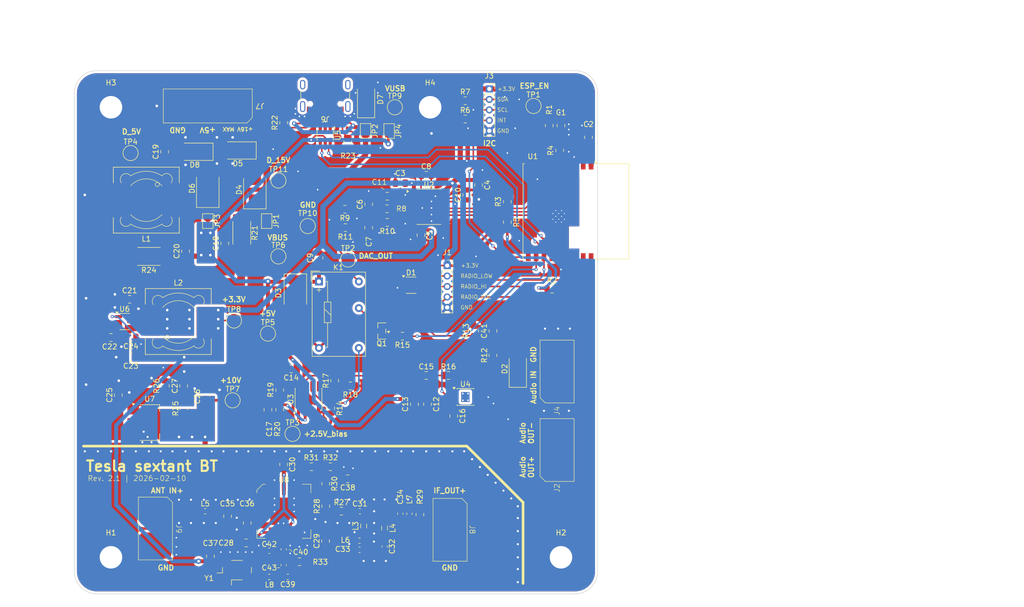
<source format=kicad_pcb>
(kicad_pcb (version 20241229) (generator "pcbnew") (generator_version "9.0")
  (title_block (title "Tesla sextant BT") (date "2026-02-10") (rev "2.1"))
  (layers (0 "F.Cu" signal) (4 "In1.Cu" power) (6 "In2.Cu" power) (2 "B.Cu" signal) (13 "F.Paste" user) (15 "B.Paste" user) (5 "F.SilkS" user "F.Silkscreen") (7 "B.SilkS" user "B.Silkscreen") (1 "F.Mask" user) (3 "B.Mask" user) (25 "Edge.Cuts" user))
  (net 0 "")
  (net 1 "GND")
  (net 2 "/EN")
  (net 3 "+3.3V")
  (net 4 "/DAC_AMP/CAPM")
  (net 5 "/DAC_AMP/CAPP")
  (net 6 "+5V")
  (net 7 "/DAC_AMP/DAC_LDOO")
  (net 8 "Net-(U2-VNEG)")
  (net 9 "/DAC_AMP/AUD_AMP")
  (net 10 "/DAC_AMP/AUD_CAP")
  (net 11 "Net-(U4-BYPASS)")
  (net 12 "VBUS")
  (net 13 "/POWER+USB/POW_DIODE_5V")
  (net 14 "/POWER+USB/BUCK_SW")
  (net 15 "/POWER+USB/BUCK_FF")
  (net 16 "+10V")
  (net 17 "/POWER+USB/10V_ADJ")
  (net 18 "/freq_converter/IF_FLT")
  (net 19 "/freq_converter/IF_OUT")
  (net 20 "/freq_converter/RF_IN+")
  (net 21 "/freq_converter/RF_IN-")
  (net 22 "/freq_converter/MIX_AMP_BIAS")
  (net 23 "/freq_converter/LO_HPF")
  (net 24 "/freq_converter/LO_IN+")
  (net 25 "/freq_converter/LO_IN-")
  (net 26 "/RADIO.VOL")
  (net 27 "/RADIO.LOW")
  (net 28 "/RADIO.HI")
  (net 29 "/RADIO_AUDIO_IN")
  (net 30 "/DAC_AMP/REL_PULLD")
  (net 31 "/POWER+USB/POW_DIODE_15V")
  (net 32 "/POWER+USB/POW_+15V")
  (net 33 "VUSB")
  (net 34 "/DAC_AMP/AUDIO_OUT+")
  (net 35 "/DAC_AMP/AUDIO_OUT-")
  (net 36 "/I2C.SDA")
  (net 37 "/I2C.SCL")
  (net 38 "/I2C.INT")
  (net 39 "/POWER+USB/USB_C_D+")
  (net 40 "/POWER+USB/USB_C_D-")
  (net 44 "/POWER+USB/CC2")
  (net 45 "/POWER+USB/CC1")
  (net 46 "/DAC_AMP/AUD_DAC_MIX")
  (net 47 "/DAC_AMP/AUD_BUFF")
  (net 48 "/DAC_AMP/AUD_RADIO")
  (net 49 "Net-(L1-Pad2)")
  (net 50 "/freq_converter/LO_OSC")
  (net 51 "Net-(Q1-B)")
  (net 52 "/IO2")
  (net 53 "/I2S.LRCK")
  (net 54 "/I2S.DIN")
  (net 55 "/I2S.BCK")
  (net 56 "/DAC_AMP/AUD_OUTL")
  (net 57 "/DAC_AMP/AUD_OUTR")
  (net 58 "/DAC_AMP/OP_AMP_BIAS")
  (net 59 "/AUDIO_SEL")
  (net 60 "/DAC_AMP/AUD_AMP_IN")
  (net 61 "/DAC_AMP/BUFF_FB")
  (net 62 "/freq_converter/IF_MIX_OUT")
  (net 63 "/freq_converter/MIX_AMP_FB")
  (net 64 "/USB_ESP_D-")
  (net 66 "/AMP_SD")
  (net 67 "/USB_ESP_D+")
  (net 68 "/freq_converter/AN")
  (net 69 "/freq_converter/AP")
  (net 71 "/freq_converter/RF_CONN")
  (net 72 "/DAC_AMP/DIV_2.5V")
  (net 76 "/freq_converter/IF_R1")
  (net 77 "/freq_converter/IF_C1")
  (net 78 "/freq_converter/IF_C3")
  (net 80 "/DAC_AMP/AUD_LPF_L")
  (net 81 "/DAC_AMP/AUD_LPF_R")
  (net 82 "/freq_converter/LO_LPF")
  (net 83 "/POWER+USB/POW_5V")
  (footprint "Jumper:SolderJumper-2_P1.3mm_Open_TrianglePad1.0x1.5mm" (layer "F.Cu") (at 135.25 83.75 -90)
    (property "Reference" "JP1")
    (property "Value" "SolderJumper_Open")
  )
  (footprint "Capacitor_SMD:C_0805_2012Metric" (layer "F.Cu") (at 178.5 104.75 90)
    (property "Reference" "C41")
    (property "Value" "TBD")
  )
  (footprint "Capacitor_SMD:C_0805_2012Metric" (layer "F.Cu") (at 181.25 80.05 -90)
    (property "Reference" "R3")
    (property "Value" "10K")
  )
  (footprint "RF_Module:ESP32-C3-WROOM-02" (layer "F.Cu") (at 191.25 81.89 -90)
    (property "Reference" "U1")
    (property "Value" "ESP32-C3-WROOM-02")
  )
  (footprint "Capacitor_SMD:C_0603_1608Metric" (layer "F.Cu") (at 160.79 139.6725 90)
    (property "Reference" "C34")
    (property "Value" "220pF")
  )
  (footprint "Capacitor_SMD:C_0805_2012Metric" (layer "F.Cu") (at 150.3 85)
    (property "Reference" "R11")
    (property "Value" "3.3K")
  )
  (footprint "MountingHole:MountingHole_4.3mm_M4_DIN965_Pad_TopBottom" (layer "F.Cu") (at 105.5 62)
    (property "Reference" "H3")
    (property "Value" "MountingHole_Pad")
  )
  (footprint "Capacitor_SMD:C_0805_2012Metric" (layer "F.Cu") (at 164.75 86.45 -90)
    (property "Reference" "C5")
    (property "Value" "10uF")
  )
  (footprint "Package_SO:SOIC-8_3.9x4.9mm_P1.27mm" (layer "F.Cu") (at 143.25 117.8 90)
    (property "Reference" "U3")
    (property "Value" "OPA2342")
  )
  (footprint "Capacitor_SMD:C_0805_2012Metric" (layer "F.Cu") (at 150.75 133 180)
    (property "Reference" "C38")
    (property "Value" "100nF")
  )
  (footprint "Package_TO_SOT_SMD:SOT-23" (layer "F.Cu") (at 157.25 104.75 180)
    (property "Reference" "Q1")
    (property "Value" "BC817")
  )
  (footprint "Capacitor_SMD:C_0805_2012Metric" (layer "F.Cu") (at 146.5 144.8975 90)
    (property "Reference" "C29")
    (property "Value" "100nF")
  )
  (footprint "TestPoint:TestPoint_Pad_D2.5mm" (layer "F.Cu") (at 150.8 91.1)
    (property "Reference" "TP2")
    (property "Value" "TestPoint")
  )
  (footprint "Connector_USB:USB_C_Receptacle_GCT_USB4105-xx-A_16P_TopMnt_Horizontal" (layer "F.Cu") (at 146.45 58.75 180)
    (property "Reference" "J6")
    (property "Value" "USB_C_Receptacle_USB2.0_16P")
  )
  (footprint "Tesla_Library:Conn_Solder_1x02_SMD" (layer "F.Cu") (at 190.75 112.5 90)
    (property "Reference" "J4")
    (property "Value" "Conn_01x02")
  )
  (footprint "Jumper:SolderJumper-2_P1.3mm_Open_TrianglePad1.0x1.5mm" (layer "F.Cu") (at 158.65 66.54 -90)
    (property "Reference" "JP4")
    (property "Value" "SolderJumper_Open")
  )
  (footprint "Inductor_SMD:L_0603_1608Metric" (layer "F.Cu") (at 153.0025 144.8225)
    (property "Reference" "L6")
    (property "Value" "12nH")
  )
  (footprint "Capacitor_SMD:C_0805_2012Metric" (layer "F.Cu") (at 150.75 68.7 -90)
    (property "Reference" "R23")
    (property "Value" "5.1K")
  )
  (footprint "Package_SO:HVSSOP-8-1EP_3x3mm_P0.65mm_EP1.57x1.89mm_ThermalVias" (layer "F.Cu") (at 173.235 117.355)
    (property "Reference" "U4")
    (property "Value" "TPA0211")
  )
  (footprint "Connector_PinSocket_2.00mm:PinSocket_1x05_P2.00mm_Vertical" (layer "F.Cu") (at 177.8 58.5)
    (property "Reference" "J3")
    (property "Value" "Conn_01x05")
  )
  (footprint "Capacitor_SMD:C_0805_2012Metric" (layer "F.Cu") (at 109.0625 98.7)
    (property "Reference" "C21")
    (property "Value" "100nF")
  )
  (footprint "Capacitor_SMD:C_0805_2012Metric" (layer "F.Cu") (at 137.75 116.05 -90)
    (property "Reference" "R19")
    (property "Value" "100K")
  )
  (footprint "Capacitor_SMD:C_0805_2012Metric" (layer "F.Cu") (at 138.5 130.25 -90)
    (property "Reference" "C30")
    (property "Value" "100nF")
  )
  (footprint "Capacitor_SMD:C_0805_2012Metric" (layer "F.Cu") (at 105.5 106)
    (property "Reference" "C22")
    (property "Value" "10uF")
  )
  (footprint "Capacitor_SMD:C_0603_1608Metric" (layer "F.Cu") (at 135.75 146.75 180)
    (property "Reference" "C42")
    (property "Value" "100nF")
  )
  (footprint "TestPoint:TestPoint_Pad_D2.5mm" (layer "F.Cu") (at 159.75 62)
    (property "Reference" "TP9")
    (property "Value" "TestPoint")
  )
  (footprint "Inductor_SMD:L_0805_2012Metric" (layer "F.Cu") (at 157.79 142.4225 -90)
    (property "Reference" "L4")
    (property "Value" "1.3uF")
  )
  (footprint "Capacitor_SMD:C_0805_2012Metric" (layer "F.Cu") (at 139.95 112 180)
    (property "Reference" "C14")
    (property "Value" "100nF")
  )
  (footprint "Tesla_Library:Conn_Solder_1x02_SMD" (layer "F.Cu") (at 114 142.5 -90)
    (property "Reference" "J9")
    (property "Value" "Conn_01x02")
  )
  (footprint "Capacitor_SMD:C_0603_1608Metric" (layer "F.Cu") (at 138.5 149.5 -90)
    (property "Reference" "C43")
    (property "Value" "2.2nF")
  )
  (footprint "Capacitor_SMD:C_0805_2012Metric" (layer "F.Cu") (at 165.75 113.25)
    (property "Reference" "C15")
    (property "Value" "470nF")
  )
  (footprint "Capacitor_SMD:C_0805_2012Metric" (layer "F.Cu") (at 135.5 119.8 -90)
    (property "Reference" "C17")
    (property "Value" "10uF")
  )
  (footprint "TestPoint:TestPoint_Pad_D2.5mm" (layer "F.Cu") (at 137.5 90.5)
    (property "Reference" "TP6")
    (property "Value" "TestPoint")
  )
  (footprint "Capacitor_SMD:C_0805_2012Metric" (layer "F.Cu") (at 143.8 130.6975 180)
    (property "Reference" "R31")
    (property "Value" "5K")
  )
  (footprint "Capacitor_SMD:C_0805_2012Metric" (layer "F.Cu") (at 158.25 81.4 180)
    (property "Reference" "R8")
    (property "Value" "470")
  )
  (footprint "Capacitor_SMD:C_0805_2012Metric" (layer "F.Cu") (at 131.34 145.25)
    (property "Reference" "C28")
    (property "Value" "100nF")
  )
  (footprint "Resistor_SMD:R_2512_6332Metric" (layer "F.Cu") (at 112.75 90.5 180)
    (property "Reference" "R24")
    (property "Value" "1R")
  )
  (footprint "Inductor_SMD:L_12x12mm_H8mm" (layer "F.Cu") (at 118.3625 102.95)
    (property "Reference" "L2")
    (property "Value" "2.2uH")
  )
  (footprint "Capacitor_SMD:C_0805_2012Metric" (layer "F.Cu") (at 165.75 75)
    (property "Reference" "C8")
    (property "Value" "2.2uF")
  )
  (footprint "Capacitor_SMD:C_0805_2012Metric" (layer "F.Cu") (at 150.2 81.5 180)
    (property "Reference" "R9")
    (property "Value" "3.3K")
  )
  (footprint "Diode_SMD:D_SMA" (layer "F.Cu") (at 154.25 60.5 90)
    (property "Reference" "D7")
    (property "Value" "SMAJ5.0A")
  )
  (footprint "Capacitor_SMD:C_0805_2012Metric" (layer "F.Cu") (at 164.54 139.8475 90)
    (property "Reference" "R29")
    (property "Value" "50")
  )
  (footprint "Inductor_SMD:L_12x12mm_H8mm" (layer "F.Cu") (at 112.25 79.75 180)
    (property "Reference" "L1")
    (property "Value" "2.2uH")
  )
  (footprint "Inductor_SMD:L_0805_2012Metric" (layer "F.Cu") (at 153.79 142.01 90)
    (property "Reference" "L3")
    (property "Value" "870nF")
  )
  (footprint "Capacitor_SMD:C_0603_1608Metric" (layer "F.Cu") (at 138.5 146.475 -90)
    (property "Reference" "C40")
    (property "Value" "100nF")
  )
  (footprint "TestPoint:TestPoint_Pad_D2.5mm" (layer "F.Cu") (at 143.1 84.7)
    (property "Reference" "TP10")
    (property "Value" "TestPoint")
  )
  (footprint "Capacitor_SMD:C_0805_2012Metric" (layer "F.Cu") (at 173.2 64.25)
    (property "Reference" "R6")
    (property "Value" "10K")
  )
  (footprint "TestPoint:TestPoint_Pad_D2.5mm" (layer "F.Cu") (at 135.5 105.25)
    (property "Reference" "TP5")
    (property "Value" "TestPoint")
  )
  (footprint "Capacitor_SMD:C_0805_2012Metric" (layer "F.Cu") (at 154.75 85 -90)
    (property "Reference" "C7")
    (property "Value" "2.2nF")
  )
  (footprint "Capacitor_SMD:C_0805_2012Metric" (layer "F.Cu") (at 196.75 67.75 90)
    (property "Reference" "C2")
    (property "Value" "10uF")
  )
  (footprint "Package_TO_SOT_SMD:SOT-23-6" (layer "F.Cu") (at 146.45 67.3625 -90)
    (property "Reference" "U5")
    (property "Value" "USBLC6-2SC6")
  )
  (footprint "Capacitor_SMD:C_0805_2012Metric" (layer "F.Cu") (at 158.3 84 180)
    (property "Reference" "R10")
    (property "Value" "470")
  )
  (footprint "Capacitor_SMD:C_0805_2012Metric" (layer "F.Cu") (at 158.3 79 180)
    (property "Reference" "C11")
    (property "Value" "2.2uF")
  )
  (footprint "Capacitor_SMD:C_0805_2012Metric" (layer "F.Cu") (at 166 118.75 -90)
    (property "Reference" "C12")
    (property "Value" "10uF")
  )
  (footprint "Capacitor_SMD:C_0805_2012Metric" (layer "F.Cu") (at 146.54 133.9475 -90)
    (property "Reference" "R30")
    (property "Value" "50")
  )
  (footprint "TestPoint:TestPoint_Pad_D2.5mm" (layer "F.Cu") (at 109.25 70.75)
    (property "Reference" "TP4")
    (property "Value" "TestPoint")
  )
  (footprint "TestPoint:TestPoint_Pad_D2.5mm" (layer "F.Cu") (at 129 102.75)
    (property "Reference" "TP8")
    (property "Value" "TestPoint")
  )
  (footprint "Capacitor_SMD:C_0805_2012Metric" (layer "F.Cu") (at 173.2 60.75)
    (property "Reference" "R7")
    (property "Value" "10K")
  )
  (footprint "MountingHole:MountingHole_4.3mm_M4_DIN965_Pad_TopBottom" (layer "F.Cu") (at 166.5 62)
    (property "Reference" "H4")
    (property "Value" "MountingHole_Pad")
  )
  (footprint "Capacitor_SMD:C_0805_2012Metric" (layer "F.Cu") (at 163.5 118.75 -90)
    (property "Reference" "C13")
    (property "Value" "10uF")
  )
  (footprint "Diode_SMD:D_SMB" (layer "F.Cu") (at 133 77.75 90)
    (property "Reference" "D4")
    (property "Value" "B240")
  )
  (footprint "Capacitor_SMD:C_0805_2012Metric" (layer "F.Cu") (at 191.5 65.5 -90)
    (property "Reference" "C1")
    (property "Value" "100nF")
  )
  (footprint "Capacitor_SMD:C_0805_2012Metric" (layer "F.Cu") (at 173.5 78.75 90)
    (property "Reference" "C10")
    (property "Value" "10uF")
  )
  (footprint "Capacitor_SMD:C_0603_1608Metric" (layer "F.Cu") (at 153.065 139.1975)
    (property "Reference" "C31")
    (property "Value" "5.6pF")
  )
  (footprint "Capacitor_SMD:C_0805_2012Metric" (layer "F.Cu") (at 119.75 89.5 90)
    (property "Reference" "C20")
    (property "Value" "10uF")
  )
  (footprint "Capacitor_SMD:C_0805_2012Metric" (layer "F.Cu") (at 119.4 119.55 90)
    (property "Reference" "R25")
    (property "Value" "120")
  )
  (footprint "Capacitor_SMD:C_0805_2012Metric" (layer "F.Cu") (at 189.8 96.75)
    (property "Reference" "R2")
    (property "Value" "10K")
  )
  (footprint "Diode_SMD:D_SMA" (layer "F.Cu") (at 129.75 70.25 180)
    (property "Reference" "D5")
    (property "Value" "SMAJ36A")
  )
  (footprint "Inductor_SMD:L_0603_1608Metric" (layer "F.Cu") (at 123.5025 139.1975 180)
    (property "Reference" "L5")
    (property "Value" "TBD")
  )
  (footprint "Diode_SMD:D_SMB" (layer "F.Cu") (at 124 77.5 90)
    (property "Reference" "D6")
    (property "Value" "B240")
  )
  (footprint "Diode_SMD:D_SMA" (layer "F.Cu") (at 183.25 112 90)
    (property "Reference" "D2")
    (property "Value" "SMAJ5.0CA")
  )
  (footprint "TestPoint:TestPoint_Pad_D2.5mm" (layer "F.Cu") (at 186.25 61.75)
    (property "Reference" "TP1")
    (property "Value" "TestPoint")
  )
  (footprint "Capacitor_SMD:C_0805_2012Metric" (layer "F.Cu") (at 115.75 70.5 90)
    (property "Reference" "C19")
    (property "Value" "10uF")
  )
  (footprint "Resistor_SMD:R_2512_6332Metric" (layer "F.Cu") (at 130.5 86 90)
    (property "Reference" "R21")
    (property "Value" "1R")
  )
  (footprint "Oscillator:Oscillator_SMD_Fordahl_DFAS15-4Pin_5.0x3.2mm_HandSoldering" (layer "F.Cu") (at 129.575 150.45)
    (property "Reference" "Y1")
    (property "Value" "OSC25M-3.3I/S5")
  )
  (footprint "Capacitor_SMD:C_0805_2012Metric" (layer "F.Cu") (at 106.9 117 90)
    (property "Reference" "C25")
    (property "Value" "10uF")
  )
  (footprint "TestPoint:TestPoint_Pad_D2.5mm" (layer "F.Cu") (at 137.5 76)
    (property "Reference" "TP11")
    (property "Value" "TestPoint")
  )
  (footprint "TestPoint:TestPoint_Pad_D2.5mm" (layer "F.Cu") (at 128.75 118)
    (property "Reference" "TP7")
    (property "Value" "TestPoint")
  )
  (footprint "Capacitor_SMD:C_0805_2012Metric" (layer "F.Cu") (at 189.25 65.5 -90)
    (property "Reference" "R1")
    (property "Value" "10K")
  )
  (footprint "Capacitor_SMD:C_0805_2012Metric" (layer "F.Cu") (at 109.3125 106 180)
    (property "Reference" "C24")
    (property "Value" "22uF")
  )
  (footprint "Capacitor_SMD:C_0805_2012Metric" (layer "F.Cu") (at 175.75 76.85 -90)
    (property "Reference" "C4")
    (property "Value" "10uF")
  )
  (footprint "Capacitor_SMD:C_0805_2012Metric" (layer "F.Cu") (at 161.2 105.75 180)
    (property "Reference" "R15")
    (property "Value" "1K")
  )
  (footprint "Resistor_SMD:R_0805_2012Metric" (layer "F.Cu") (at 175 104.75 90)
    (property "Reference" "R13")
    (property "Value" "TBD")
  )
  (footprint "Capacitor_SMD:C_0603_1608Metric" (layer "F.Cu") (at 139.29 151.75 180)
    (property "Reference" "C39")
    (property "Value" "2.2nF")
  )
  (footprint "Capacitor_SMD:C_0805_2012Metric" (layer "F.Cu") (at 147.5 119.5 90)
    (property "Reference" "R14")
    (property "Value" "7.5K")
  )
  (footprint "Capacitor_SMD:C_0805_2012Metric" (layer "F.Cu") (at 191.25 70.25 -90)
    (property "Reference" "R4")
    (property "Value" "10K")
  )
  (footprint "Capacitor_SMD:C_0805_2012Metric" (layer "F.Cu") (at 170 113.25)
    (property "Reference" "R16")
    (property "Value" "10K")
  )
  (footprint "Package_LCC:PLCC-20" (layer "F.Cu") (at 138.54 139.1975)
    (property "Reference" "U8")
    (property "Value" "AD831")
  )
  (footprint "Jumper:SolderJumper-2_P1.3mm_Open_TrianglePad1.0x1.5mm" (layer "F.Cu") (at 124 83.75 -90)
    (property "Reference" "JP3")
    (property "Value" "SolderJumper_Open")
  )
  (footprint "Inductor_SMD:L_0603_1608Metric" (layer "F.Cu") (at 135.7525 151.75)
    (property "Reference" "L8")
    (property "Value" "18nH")
  )
  (footprint "Capacitor_SMD:C_0805_2012Metric" (layer "F.Cu") (at 151.25 115.25 180)
    (property "Reference" "R18")
    (property "Value" "TBD")
  )
  (footprint "Capacitor_SMD:C_0603_1608Metric" (layer "F.Cu") (at 153.015 146.5725)
    (property "Reference" "C33")
    (property "Value" "470pF")
  )
  (footprint "Tesla_Library:Conn_Solder_1x02_SMD" (layer "F.Cu") (at 170.3 142.75 -90)
    (property "Reference" "J8")
    (property "Value" "Conn_01x02")
  )
  (footprint "Capacitor_SMD:C_0805_2012Metric" (layer "F.Cu") (at 138.5 64.95 90)
    (property "Reference" "R22")
    (property "Value" "5.1K")
  )
  (footprint "Capacitor_SMD:C_0805_2012Metric" (layer "F.Cu") (at 146.54 138.2475 90)
    (property "Reference" "R28")
    (property "Value" "100")
  )
  (footprint "Capacitor_SMD:C_0805_2012Metric" (layer "F.Cu") (at 171 121 -90)
    (property "Reference" "C16")
    (property "Value" "470nF")
  )
  (footprint "Capacitor_SMD:C_0805_2012Metric" (layer "F.Cu") (at 124.5 147.8 -90)
    (property "Reference" "C37")
    (property "Value" "100nF")
  )
  (footprint "Capacitor_SMD:C_0805_2012Metric" (layer "F.Cu") (at 131.54 141.4475 90)
    (property "Reference" "C36")
    (property "Value" "100nF")
  )
  (footprint "MountingHole:MountingHole_4.3mm_M4_DIN965_Pad_TopBottom" (layer "F.Cu") (at 105.5 148)
    (property "Reference" "H1")
    (property "Value" "MountingHole_Pad")
  )
  (footprint "Tesla_Library:Conn_Solder_1x03_SMD" (layer "F.Cu") (at 124 61.75 180)
    (property "Reference" "J7")
    (property "Value" "Conn_01x03")
  )
  (footprint "Tesla_Library:Conn_Solder_1x02_SMD" (layer "F.Cu") (at 190.75 127.5 90)
    (property "Reference" "J2")
    (property "Value" "Conn_01x02")
  )
  (footprint "MountingHole:MountingHole_4.3mm_M4_DIN965_Pad_TopBottom" (layer "F.Cu") (at 191.5 148)
    (property "Reference" "H2")
    (property "Value" "MountingHole_Pad")
  )
  (footprint "Jumper:SolderJumper-2_P1.3mm_Open_TrianglePad1.0x1.5mm" (layer "F.Cu") (at 154.15 66.515 -90)
    (property "Reference" "JP2")
    (property "Value" "SolderJumper_Open")
  )
  (footprint "TestPoint:TestPoint_Pad_D2.5mm" (layer "F.Cu") (at 140.2 124.4)
    (property "Reference" "TP3")
    (property "Value" "TestPoint")
  )
  (footprint "Diode_SMD:D_SMB" (layer "F.Cu") (at 140.75 97.5 -90)
    (property "Reference" "D3")
    (property "Value" "B220")
  )
  (footprint "Capacitor_SMD:C_0805_2012Metric" (layer "F.Cu") (at 181.25 83.95 90)
    (property "Reference" "R5")
    (property "Value" "10K")
  )
  (footprint "Package_TO_SOT_SMD:SOT-23-6" (layer "F.Cu") (at 162.8625 96)
    (property "Reference" "D1")
    (property "Value" "WE-TVS-824015043")
  )
  (footprint "Package_TO_SOT_SMD:TSOT-23-6" (layer "F.Cu") (at 108.1125 102.95)
    (property "Reference" "U6")
    (property "Value" "AP63203WU")
  )
  (footprint "Inductor_SMD:L_0603_1608Metric" (layer "F.Cu") (at 162.54 139.685 -90)
    (property "Reference" "L7")
    (property "Value" "20nH")
  )
  (footprint "Capacitor_SMD:C_0805_2012Metric" (layer "F.Cu") (at 123.65 117 90)
    (property "Reference" "C26")
    (property "Value" "10uF")
  )
  (footprint "Capacitor_SMD:C_0805_2012Metric" (layer "F.Cu") (at 127.25 88 90)
    (property "Reference" "C18")
    (property "Value" "10uF")
  )
  (footprint "Capacitor_SMD:C_0805_2012Metric" (layer "F.Cu") (at 149.54 139.1975)
    (property "Reference" "R27")
    (property "Value" "50")
  )
  (footprint "Capacitor_SMD:C_0805_2012Metric" (layer "F.Cu") (at 141.54 148.85)
    (property "Reference" "R33")
    (property "Value" "50")
  )
  (footprint "Capacitor_SMD:C_0805_2012Metric" (layer "F.Cu") (at 115.9 115.25 90)
    (property "Reference" "R26")
    (property "Value" "820")
  )
  (footprint "Capacitor_SMD:C_0805_2012Metric" (layer "F.Cu") (at 109.3 109.75 180)
    (property "Reference" "C23")
    (property "Value" "22uF")
  )
  (footprint "Connector_PinSocket_2.00mm:PinSocket_1x05_P2.00mm_Vertical" (layer "F.Cu") (at 169.75 92.25)
    (property "Reference" "J1")
    (property "Value" "Conn_01x05")
  )
  (footprint "Capacitor_SMD:C_0805_2012Metric" (layer "F.Cu") (at 148.25 114.25 90)
    (property "Reference" "R17")
    (property "Value" "1K")
  )
  (footprint "Capacitor_SMD:C_0805_2012Metric" (layer "F.Cu") (at 154.75 80.55 90)
    (property "Reference" "C6")
    (property "Value" "2.2nF")
  )
  (footprint "Capacitor_SMD:C_0805_2012Metric" (layer "F.Cu") (at 127.79 140.1475 90)
    (property "Reference" "C35")
    (property "Value" "TBD")
  )
  (footprint "Capacitor_SMD:C_0805_2012Metric" (layer "F.Cu") (at 145.25 90.8 90)
    (property "Reference" "C9")
    (property "Value" "100nF")
  )
  (footprint "Package_SO:TSSOP-20_4.4x6.5mm_P0.65mm" (layer "F.Cu") (at 166.25 81)
    (property "Reference" "U2")
    (property "Value" "PCM5102A")
  )
  (footprint "Capacitor_SMD:C_0805_2012Metric" (layer "F.Cu") (at 160.8 76.5 180)
    (property "Reference" "C3")
    (property "Value" "10uF")
  )
  (footprint "Capacitor_SMD:C_0805_2012Metric" (layer "F.Cu") (at 147.45 130.6975 180)
    (property "Reference" "R32")
    (property "Value" "5K")
  )
  (footprint "Relay_THT:Relay_SPDT_Omron_G6E" (layer "F.Cu") (at 145.25 95.3)
    (property "Reference" "K1")
    (property "Value" "G6EU")
  )
  (footprint "Package_TO_SOT_SMD:SOT-223" (layer "F.Cu") (at 112.9 122.25)
    (property "Reference" "U7")
    (property "Value" "LD1117STR")
  )
  (footprint "Capacitor_SMD:C_0805_2012Metric" (layer "F.Cu") (at 137.75 119.8 -90)
    (property "Reference" "R20")
    (property "Value" "100K")
  )
  (footprint "Resistor_SMD:R_0805_2012Metric" (layer "F.Cu") (at 178.5 109.4125 90)
    (property "Reference" "R12")
    (property "Value" "TBD")
  )
  (footprint "Capacitor_SMD:C_0805_2012Metric" (layer "F.Cu") (at 119.4 115.25 90)
    (property "Reference" "C27")
    (property "Value" "100nF")
  )
  (footprint "Capacitor_SMD:C_0603_1608Metric" (layer "F.Cu") (at 157.79 145.9225 -90)
    (property "Reference" "C32")
    (property "Value" "4.7pF")
  )
  (footprint "Diode_SMD:D_SMA" (layer "F.Cu") (at 121.5 70.5 180)
    (property "Reference" "D8")
    (property "Value" "SMAJ5.0A")
  )
  (gr_line (start 171 113.5) (end 171 116.25) (stroke (width 0.3)) (layer "F.Cu") (net 60))
  (gr_line (start 171 118.5) (end 171 120) (stroke (width 0.5)) (layer "F.Cu") (net 11))
  (gr_line (start 160.7 79.1) (end 159.4 79.1) (stroke (width 0.3)) (layer "F.Cu") (net 8))
  (gr_line (start 162.7 80.7) (end 162.3 80.7) (stroke (width 0.3)) (layer "F.Cu") (net 8))
  (gr_rect (start 122 100.25) (end 127 106.25) (stroke (width 0.2)) (fill yes) (layer "F.Cu") (net 3))
  (gr_poly (pts (xy 107.5 104.25) (xy 105 104.25) (xy 105 117.5) (xy 107.75 117.5) (xy 107.75 123.75) (xy 110.25 123.75) (xy 110.25 125.5) (xy 103.25 125.5) (xy 103.25 104.25) (xy 103.25 94.75) (xy 129.75 94.75) (xy 129.75 89.5) (xy 131 89.5) (xy 131 96.03) (xy 104.75 96) (xy 104.75 103) (xy 107.5 103)) (stroke (width 0.2)) (fill yes) (layer "F.Cu") (net 12))
  (gr_poly (pts (xy 108.75 121.5) (xy 108.75 123) (xy 112.25 123) (xy 115 125.75) (xy 125.25 125.75) (xy 125.25 117.25) (xy 122 117.25) (xy 122 119.75) (xy 114 119.75) (xy 111.75 121.5)) (stroke (width 0.2)) (fill yes) (layer "F.Cu") (net 16))
  (gr_rect (start 140.5 111.25) (end 141.5 116.25) (stroke (width 0.2)) (fill yes) (layer "F.Cu") (net 6))
  (gr_line (start 169.25 80.75) (end 167.75 80.75) (stroke (width 0.3)) (layer "F.Cu") (net 1))
  (gr_poly (pts (xy 120.135 115.75) (xy 112 115.75) (xy 108.75 118.75) (xy 108.75 120.5) (xy 110.75 120.5) (xy 110.75 119) (xy 119 119) (xy 120.135 119)) (stroke (width 0.2)) (fill yes) (layer "F.Cu") (net 17))
  (gr_poly (pts (xy 108.5 103.75) (xy 108.5 104) (xy 108 104.75) (xy 106.25 104.75) (xy 105.75 104.75) (xy 105.75 106.25) (xy 105.75 111) (xy 108.75 111) (xy 108.75 106.5) (xy 108.75 105.5) (xy 110 104.25) (xy 110 103.75)) (stroke (width 0.2)) (fill yes) (layer "F.Cu") (net 1))
  (gr_line (start 170.25 78.75) (end 171 78.25) (stroke (width 0.3)) (layer "F.Cu") (net 1))
  (gr_line (start 161.7 82) (end 163 82) (stroke (width 0.3)) (layer "F.Cu") (net 57))
  (gr_line (start 160.7 81.3) (end 162.9 81.3) (stroke (width 0.3)) (layer "F.Cu") (net 56))
  (gr_line (start 163.5 82.65) (end 164.75 82.65) (stroke (width 0.3)) (layer "F.Cu") (net 3))
  (gr_line (start 161.6 80) (end 160.7 79.1) (stroke (width 0.3)) (layer "F.Cu") (net 8))
  (gr_line (start 167.5 78.75) (end 170.25 78.75) (stroke (width 0.3)) (layer "F.Cu") (net 1))
  (gr_rect (start 137.125 115) (end 141.375 115.5) (stroke (width 0.2)) (fill yes) (layer "F.Cu") (net 6))
  (gr_rect (start 174.75 117) (end 178 117.75) (stroke (width 0.2)) (fill yes) (layer "F.Cu") (net 1))
  (gr_poly (pts (xy 109.75 102.75) (xy 109.75 103.25) (xy 110.5 103.25) (xy 112 105.5) (xy 113.25 105.5) (xy 113.25 101.75) (xy 112 101.75) (xy 110.5 102.75)) (stroke (width 0.2)) (fill yes) (layer "F.Cu") (net 14))
  (gr_rect (start 109.573752 106.25) (end 127 110.5) (stroke (width 0.2)) (fill yes) (layer "F.Cu") (net 3))
  (gr_poly (pts (xy 170.607833 76.15053) (xy 168.8 77.95053) (xy 169.807833 77.95053) (xy 171.307833 76.45053)) (stroke (width 0.2)) (fill yes) (layer "F.Cu") (net 3))
  (gr_line (start 162.3 80.7) (end 161.6 80) (stroke (width 0.3)) (layer "F.Cu") (net 8))
  (gr_rect (start 122 84.5) (end 125.25 91.75) (stroke (width 0.2)) (fill yes) (layer "F.Cu") (net 6))
  (gr_rect (start 122 100.25) (end 127 106.25) (stroke (width 0.2)) (fill yes) (layer "B.Cu") (net 3))
  (gr_rect (start 122 84) (end 125.25 91.75) (stroke (width 0.2)) (fill yes) (layer "B.Cu") (net 6))
  (gr_rect (start 109.573752 106.25) (end 127 110.5) (stroke (width 0.2)) (fill yes) (layer "B.Cu") (net 3))
  (gr_poly (pts (xy 115 125.770626) (xy 125.25 125.770626) (xy 125.25 117.270626) (xy 122 117.270626) (xy 122 119.770626) (xy 115 119.75)) (stroke (width 0.2)) (fill yes) (layer "B.Cu") (net 16))
  (gr_arc (start 115.242524 75.105603) (mid 116.795888 74.908208) (end 116.987301 76.46232) (stroke (width 0.1)) (layer "F.SilkS"))
  (gr_arc (start 116.987301 82.962401) (mid 116.795888 84.516513) (end 115.242524 84.319118) (stroke (width 0.1)) (layer "F.SilkS"))
  (gr_line (start 140.1 146.8375) (end 139.6 146.4625) (stroke (width 0.1)) (layer "F.SilkS"))
  (gr_arc (start 121.3625 105.775279) (mid 118.3625 107.094984) (end 115.3625 105.775279) (stroke (width 0.1)) (layer "F.SilkS"))
  (gr_arc (start 121.355024 98.380882) (mid 122.908388 98.183487) (end 123.099801 99.737599) (stroke (width 0.1)) (layer "F.SilkS"))
  (gr_arc (start 109.257476 84.319118) (mid 107.704112 84.516513) (end 107.512699 82.962401) (stroke (width 0.1)) (layer "F.SilkS"))
  (gr_arc (start 115.369976 107.594397) (mid 113.816612 107.791792) (end 113.625199 106.23768) (stroke (width 0.1)) (layer "F.SilkS"))
  (gr_arc (start 115.3625 100.275279) (mid 118.3625 98.955574) (end 121.3625 100.275279) (stroke (width 0.1)) (layer "F.SilkS"))
  (gr_line (start 137.75 150) (end 137.25 150) (stroke (width 0.1)) (layer "F.SilkS"))
  (gr_arc (start 123.099801 106.23768) (mid 122.908388 107.791792) (end 121.355024 107.594397) (stroke (width 0.1)) (layer "F.SilkS"))
  (gr_arc (start 118.3625 97.500279) (mid 119.9222 97.725) (end 121.355024 98.380882) (stroke (width 0.1)) (layer "F.SilkS"))
  (gr_arc (start 112.25 85.199721) (mid 110.6903 84.975) (end 109.257476 84.319118) (stroke (width 0.1)) (layer "F.SilkS"))
  (gr_arc (start 112.25 74.225) (mid 113.8097 74.449721) (end 115.242524 75.105603) (stroke (width 0.1)) (layer "F.SilkS"))
  (gr_arc (start 121.355024 107.594397) (mid 119.9222 108.250279) (end 118.3625 108.475) (stroke (width 0.1)) (layer "F.SilkS"))
  (gr_arc (start 109.25 77) (mid 112.25 75.680295) (end 115.25 77) (stroke (width 0.1)) (layer "F.SilkS"))
  (gr_arc (start 115.242524 84.319118) (mid 113.8097 84.975) (end 112.25 85.199721) (stroke (width 0.1)) (layer "F.SilkS"))
  (gr_arc (start 109.257476 75.105603) (mid 110.6903 74.449721) (end 112.25 74.225) (stroke (width 0.1)) (layer "F.SilkS"))
  (gr_arc (start 115.369976 98.380882) (mid 116.8028 97.725) (end 118.3625 97.500279) (stroke (width 0.1)) (layer "F.SilkS"))
  (gr_arc (start 115.25 82.5) (mid 112.25 83.819705) (end 109.25 82.5) (stroke (width 0.1)) (layer "F.SilkS"))
  (gr_line (start 100.25 126.75) (end 173.5 126.75) (stroke (width 0.5)) (layer "F.SilkS"))
  (gr_arc (start 107.512699 76.46232) (mid 107.704112 74.908208) (end 109.257476 75.105603) (stroke (width 0.1)) (layer "F.SilkS"))
  (gr_arc (start 113.625199 99.737599) (mid 113.816612 98.183487) (end 115.369976 98.380882) (stroke (width 0.1)) (layer "F.SilkS"))
  (gr_circle (center 116.2625 105.95) (end 116.653012 105.95) (stroke (width 0.1)) (fill no) (layer "F.SilkS"))
  (gr_line (start 184.25 137.5) (end 173.5 126.75) (stroke (width 0.5)) (layer "F.SilkS"))
  (gr_arc (start 118.3625 108.475) (mid 116.8028 108.250279) (end 115.369976 107.594397) (stroke (width 0.1)) (layer "F.SilkS"))
  (gr_line (start 184.25 137.5) (end 184.25 153) (stroke (width 0.5)) (layer "F.SilkS"))
  (gr_circle (center 114.35 76.75) (end 114.740512 76.75) (stroke (width 0.1)) (fill no) (layer "F.SilkS"))
  (gr_line (start 157.15 77.3) (end 157.65 77.7) (stroke (width 0.1)) (layer "F.SilkS"))
  (gr_line (start 194.2 155) (end 102.8 155) (stroke (width 0.1)) (layer "Edge.Cuts"))
  (gr_arc (start 198.5 150.7) (mid 197.240559 153.740559) (end 194.2 155) (stroke (width 0.1)) (layer "Edge.Cuts"))
  (gr_arc (start 102.8 155) (mid 99.759441 153.740559) (end 98.5 150.7) (stroke (width 0.1)) (layer "Edge.Cuts"))
  (gr_arc (start 194.2 55) (mid 197.240559 56.259441) (end 198.5 59.3) (stroke (width 0.1)) (layer "Edge.Cuts"))
  (gr_arc (start 98.5 59.3) (mid 99.759441 56.259441) (end 102.8 55) (stroke (width 0.1)) (layer "Edge.Cuts"))
  (gr_line (start 198.5 59.3) (end 198.5 150.7) (stroke (width 0.1)) (layer "Edge.Cuts"))
  (gr_line (start 98.5 150.7) (end 98.5 59.3) (stroke (width 0.1)) (layer "Edge.Cuts"))
  (gr_line (start 102.8 55) (end 194.2 55) (stroke (width 0.1)) (layer "Edge.Cuts"))
  (gr_text "IF_OUT+" (at 170.25 135.25 0) (layer "F.SilkS") (effects (font (size 1 1) (thickness 0.2) (bold yes))))
  (gr_text "+2.5V_bias" (at 142.25 125 0) (layer "F.SilkS") (effects (font (size 1 1) (thickness 0.2) (bold yes)) (justify left bottom)))
  (gr_text "VBUS" (at 135.3 87.5 0) (layer "F.SilkS") (effects (font (size 1 1) (thickness 0.2) (bold yes)) (justify left bottom)))
  (gr_text "GND" (at 118.25 65.75 180) (layer "F.SilkS") (effects (font (size 1 1) (thickness 0.2) (bold yes)) (justify bottom)))
  (gr_text "Tesla sextant BT" (at 100.5 131.75 0) (layer "F.SilkS") (effects (font (size 2 2) (thickness 0.4) (bold yes)) (justify left bottom)))
  (gr_text "+3.3V" (at 126.6 99.3 0) (layer "F.SilkS") (effects (font (size 1 1) (thickness 0.2) (bold yes)) (justify left bottom)))
  (gr_text "GND" (at 141.5 81.25 0) (layer "F.SilkS") (effects (font (size 1 1) (thickness 0.2) (bold yes)) (justify left bottom)))
  (gr_text "ESP_EN" (at 183.5 58.5 0) (layer "F.SilkS") (effects (font (size 1 1) (thickness 0.2) (bold yes)) (justify left bottom)))
  (gr_text "D_5V" (at 107.5 67.25 0) (layer "F.SilkS") (effects (font (size 1 1) (thickness 0.2) (bold yes)) (justify left bottom)))
  (gr_text "I2C" (at 176.5 69.5 0) (layer "F.SilkS") (effects (font (size 1 1) (thickness 0.2) (bold yes)) (justify left bottom)))
  (gr_text "+16V MAX" (at 129.75 65.75 180) (layer "F.SilkS") (effects (font (size 0.75 0.75) (thickness 0.15) (bold yes)) (justify bottom)))
  (gr_text "Audio\nOUT+" (at 185 130.75 90) (layer "F.SilkS") (effects (font (size 1 1) (thickness 0.2) (bold yes))))
  (gr_text "GND" (at 170.25 150 0) (layer "F.SilkS") (effects (font (size 1 1) (thickness 0.2) (bold yes))))
  (gr_text "+3.3V" (at 172.31 92.25 0) (layer "F.SilkS") (effects (font (size 0.75 0.75) (thickness 0.09375)) (justify left)))
  (gr_text "RADIO_VOL" (at 172.25 98.25 0) (layer "F.SilkS") (effects (font (size 0.75 0.75) (thickness 0.09375)) (justify left)))
  (gr_text "D_15V" (at 135.1 72.7 0) (layer "F.SilkS") (effects (font (size 1 1) (thickness 0.2) (bold yes)) (justify left bottom)))
  (gr_text "GND" (at 179.25 66.5 0) (layer "F.SilkS") (effects (font (size 0.75 0.75) (thickness 0.09375)) (justify left)))
  (gr_text "GND" (at 116 150 0) (layer "F.SilkS") (effects (font (size 1 1) (thickness 0.2) (bold yes))))
  (gr_text "DAC_OUT" (at 152.75 91 0) (layer "F.SilkS") (effects (font (size 1 1) (thickness 0.2) (bold yes)) (justify left bottom)))
  (gr_text "Audio IN" (at 186.25 115.5 90) (layer "F.SilkS") (effects (font (size 1 1) (thickness 0.2) (bold yes))))
  (gr_text "+3.3V" (at 179.31 58.5 0) (layer "F.SilkS") (effects (font (size 0.75 0.75) (thickness 0.09375)) (justify left)))
  (gr_text "RADIO_HI" (at 172.25 96.25 0) (layer "F.SilkS") (effects (font (size 0.75 0.75) (thickness 0.09375)) (justify left)))
  (gr_text "RADIO_LOW" (at 172.25 94.25 0) (layer "F.SilkS") (effects (font (size 0.75 0.75) (thickness 0.09375)) (justify left)))
  (gr_text "SDA" (at 179.25 60.5 0) (layer "F.SilkS") (effects (font (size 0.75 0.75) (thickness 0.09375)) (justify left)))
  (gr_text "INT" (at 179.25 64.5 0) (layer "F.SilkS") (effects (font (size 0.75 0.75) (thickness 0.09375)) (justify left)))
  (gr_text "SCL" (at 179.25 62.5 0) (layer "F.SilkS") (effects (font (size 0.75 0.75) (thickness 0.09375)) (justify left)))
  (gr_text "Audio\nOUT-" (at 185 124.25 90) (layer "F.SilkS") (effects (font (size 1 1) (thickness 0.2) (bold yes))))
  (gr_text "+10V" (at 126.25 114.75 0) (layer "F.SilkS") (effects (font (size 1 1) (thickness 0.2) (bold yes)) (justify left bottom)))
  (gr_text "Rev. 2.1 | 2026-02-10" (at 101 133.5 0) (layer "F.SilkS") (effects (font (size 1 1) (thickness 0.1)) (justify left bottom)))
  (gr_text "VUSB" (at 157.75 59 0) (layer "F.SilkS") (effects (font (size 1 1) (thickness 0.2) (bold yes)) (justify left bottom)))
  (gr_text "GND" (at 186.25 109.25 90) (layer "F.SilkS") (effects (font (size 1 1) (thickness 0.2) (bold yes))))
  (gr_text "+5V" (at 124 65.75 180) (layer "F.SilkS") (effects (font (size 1 1) (thickness 0.2) (bold yes)) (justify bottom)))
  (gr_text "+5V" (at 133.75 102 0) (layer "F.SilkS") (effects (font (size 1 1) (thickness 0.2) (bold yes)) (justify left bottom)))
  (gr_text "GND" (at 172.25 100.25 0) (layer "F.SilkS") (effects (font (size 0.75 0.75) (thickness 0.09375)) (justify left)))
  (gr_text "ANT IN+" (at 116.25 135.25 0) (layer "F.SilkS") (effects (font (size 1 1) (thickness 0.2) (bold yes))))
  (segment (start 143.25 63) (end 142.5 63.75) (width 0.3) (layer "F.Cu") (net 1))
  (segment (start 146.45 64.8) (end 146.5 64.75) (width 0.3) (layer "F.Cu") (net 1))
  (segment (start 160.25 96.5) (end 160.75 96) (width 0.5) (layer "F.Cu") (net 1))
  (segment (start 143.25 62.43) (end 143.25 63) (width 0.3) (layer "F.Cu") (net 1))
  (segment (start 149.65 63.15) (end 150.25 63.75) (width 0.3) (layer "F.Cu") (net 1))
  (segment (start 161.75 78.75) (end 162.375 79.375) (width 0.3) (layer "F.Cu") (net 1))
  (segment (start 150.25 63.75) (end 151.25 63.75) (width 0.3) (layer "F.Cu") (net 1))
  (segment (start 146.45 66.225) (end 146.45 64.8) (width 0.3) (layer "F.Cu") (net 1))
  (segment (start 162.375 79.375) (end 163.3875 79.375) (width 0.3) (layer "F.Cu") (net 1))
  (segment (start 160.75 96) (end 161.725 96) (width 0.5) (layer "F.Cu") (net 1))
  (segment (start 141.08 143.25) (end 142.5 143.25) (width 0.5) (layer "F.Cu") (net 1))
  (segment (start 149.65 62.43) (end 149.65 63.15) (width 0.3) (layer "F.Cu") (net 1))
  (via (at 146.5 64.75) (size 0.6) (drill 0.3) (layers "F.Cu" "B.Cu") (net 1))
  (via (at 191.25 63) (size 0.6) (drill 0.3) (layers "F.Cu" "B.Cu") (net 1))
  (via (at 191.5 93) (size 0.6) (drill 0.3) (layers "F.Cu" "B.Cu") (net 1))
  (via (at 126.25 116) (size 1) (drill 0.5) (layers "F.Cu" "B.Cu") (net 1))
  (via (at 155.79 148.6975) (size 0.8) (drill 0.4) (layers "F.Cu" "B.Cu") (net 1))
  (via (at 188.45 104.3) (size 0.8) (drill 0.4) (layers "F.Cu" "B.Cu") (net 1))
  (via (at 112.75 127.75) (size 0.8) (drill 0.4) (layers "F.Cu" "B.Cu") (net 1))
  (via (at 174.75 62.5) (size 0.6) (drill 0.3) (layers "F.Cu" "B.Cu") (net 1))
  (via (at 106.25 97.75) (size 1) (drill 0.5) (layers "F.Cu" "B.Cu") (net 1))
  (via (at 140.5 139.25) (size 0.6) (drill 0.3) (layers "F.Cu" "B.Cu") (net 1))
  (via (at 129.75 137) (size 0.8) (drill 0.4) (layers "F.Cu" "B.Cu") (net 1))
  (via (at 161 127.75) (size 0.8) (drill 0.4) (layers "F.Cu" "B.Cu") (net 1))
  (via (at 163.25 127.75) (size 0.8) (drill 0.4) (layers "F.Cu" "B.Cu") (net 1))
  (via (at 193 66.25) (size 0.6) (drill 0.3) (layers "F.Cu" "B.Cu") (net 1))
  (via (at 110.25 127.75) (size 0.8) (drill 0.4) (layers "F.Cu" "B.Cu") (net 1))
  (via (at 118 147.5) (size 0.6) (drill 0.3) (layers "F.Cu" "B.Cu") (net 1))
  (via (at 162.29 136.9475) (size 0.8) (drill 0.4) (layers "F.Cu" "B.Cu") (net 1))
  (via (at 107 114.25) (size 1) (drill 0.5) (layers "F.Cu" "B.Cu") (net 1))
  (via (at 165.75 127.75) (size 0.8) (drill 0.4) (layers "F.Cu" "B.Cu") (net 1))
  (via (at 140.75 62.25) (size 0.6) (drill 0.3) (layers "F.Cu" "B.Cu") (net 1))
  (via (at 161.75 78.75) (size 0.6) (drill 0.3) (layers "F.Cu" "B.Cu") (net 1))
  (via (at 166.75 67) (size 1) (drill 0.5) (layers "F.Cu" "B.Cu") (net 1))
  (via (at 129.75 147) (size 0.6) (drill 0.3) (layers "F.Cu" "B.Cu") (net 1))
  (via (at 166.75 83.75) (size 0.6) (drill 0.3) (layers "F.Cu" "B.Cu") (net 1))
  (via (at 137.5 141.5) (size 0.6) (drill 0.3) (layers "F.Cu" "B.Cu") (net 1))
  (via (at 141.25 74.25) (size 0.6) (drill 0.3) (layers "F.Cu" "B.Cu") (net 1))
  (via (at 160.04 136.9475) (size 0.8) (drill 0.4) (layers "F.Cu" "B.Cu") (net 1))
  (via (at 157 69.75) (size 0.6) (drill 0.3) (layers "F.Cu" "B.Cu") (net 1))
  (via (at 176.5 74) (size 0.6) (drill 0.3) (layers "F.Cu" "B.Cu") (net 1))
  (via (at 173.75 66) (size 0.6) (drill 0.3) (layers "F.Cu" "B.Cu") (net 1))
  (via (at 156.5 59.25) (size 0.6) (drill 0.3) (layers "F.Cu" "B.Cu") (net 1))
  (via (at 131.25 147) (size 0.6) (drill 0.3) (layers "F.Cu" "B.Cu") (net 1))
  (via (at 193 67.25) (size 0.6) (drill 0.3) (layers "F.Cu" "B.Cu") (net 1))
  (via (at 143 145.75) (size 0.6) (drill 0.3) (layers "F.Cu" "B.Cu") (net 1))
  (via (at 166.75 82.5) (size 0.6) (drill 0.3) (layers "F.Cu" "B.Cu") (net 1))
  (via (at 155.79 143.4475) (size 0.8) (drill 0.4) (layers "F.Cu" "B.Cu") (net 1))
  (via (at 119.75 67.75) (size 1) (drill 0.5) (layers "F.Cu" "B.Cu") (net 1))
  (via (at 150 130.75) (size 0.6) (drill 0.3) (layers "F.Cu" "B.Cu") (net 1))
  (via (at 190.95 104.3) (size 0.8) (drill 0.4) (layers "F.Cu" "B.Cu") (net 1))
  (via (at 139.75 145.75) (size 0.6) (drill 0.3) (layers "F.Cu" "B.Cu") (net 1))
  (via (at 129.54 140.4475) (size 0.8) (drill 0.4) (layers "F.Cu" "B.Cu") (net 1))
  (via (at 187 75.75) (size 0.6) (drill 0.3) (layers "F.Cu" "B.Cu") (net 1))
  (via (at 142.5 143.25) (size 0.6) (drill 0.3) (layers "F.Cu" "B.Cu") (net 1))
  (via (at 105.5 127.75) (size 0.8) (drill 0.4) (layers "F.Cu" "B.Cu") (net 1))
  (via (at 139 127.75) (size 0.8) (drill 0.4) (layers "F.Cu" "B.Cu") (net 1))
  (via (at 146.25 127.75) (size 0.8) (drill 0.4) (layers "F.Cu" "B.Cu") (net 1))
  (via (at 167.5 79) (size 0.6) (drill 0.3) (layers "F.Cu" "B.Cu") (net 1))
  (via (at 117.75 114.25) (size 0.6) (drill 0.3) (layers "F.Cu" "B.Cu") (net 1))
  (via (at 159.75 74.75) (size 0.6) (drill 0.3) (layers "F.Cu" "B.Cu") (net 1))
  (via (at 136.75 138) (size 0.6) (drill 0.3) (layers "F.Cu" "B.Cu") (net 1))
  (via (at 142.5 63.75) (size 0.6) (drill 0.3) (layers "F.Cu" "B.Cu") (net 1))
  (via (at 121.5 115.75) (size 1) (drill 0.5) (layers "F.Cu" "B.Cu") (net 1))
  (via (at 166.75 80) (size 0.6) (drill 0.3) (layers "F.Cu" "B.Cu") (net 1))
  (via (at 151.04 136.9475) (size 0.8) (drill 0.4) (layers "F.Cu" "B.Cu") (net 1))
  (via (at 136.5 70) (size 0.6) (drill 0.3) (layers "F.Cu" "B.Cu") (net 1))
  (via (at 120.79 137) (size 0.8) (drill 0.4) (layers "F.Cu" "B.Cu") (net 1))
  (via (at 193 65.25) (size 0.6) (drill 0.3) (layers "F.Cu" "B.Cu") (net 1))
  (via (at 113.25 113.75) (size 1) (drill 0.5) (layers "F.Cu" "B.Cu") (net 1))
  (via (at 193 70.5) (size 0.6) (drill 0.3) (layers "F.Cu" "B.Cu") (net 1))
  (via (at 156.5 57.25) (size 0.6) (drill 0.3) (layers "F.Cu" "B.Cu") (net 1))
  (via (at 182 136.75) (size 0.8) (drill 0.4) (layers "F.Cu" "B.Cu") (net 1))
  (via (at 165 81.25) (size 0.6) (drill 0.3) (layers "F.Cu" "B.Cu") (net 1))
  (via (at 125.75 72.75) (size 1) (drill 0.5) (layers "F.Cu" "B.Cu") (net 1))
  (via (at 118.5 137) (size 0.8) (drill 0.4) (layers "F.Cu" "B.Cu") (net 1))
  (via (at 141.5 127.75) (size 0.8) (drill 0.4) (layers "F.Cu" "B.Cu") (net 1))
  (via (at 176 130.75) (size 0.8) (drill 0.4) (layers "F.Cu" "B.Cu") (net 1))
  (via (at 169 87) (size 0.6) (drill 0.3) (layers "F.Cu" "B.Cu") (net 1))
  (via (at 120.5 104.25) (size 1) (drill 0.5) (layers "F.Cu" "B.Cu") (net 1))
  (via (at 151.25 63.75) (size 0.6) (drill 0.3) (layers "F.Cu" "B.Cu") (net 1))
  (via (at 175.25 90.5) (size 0.6) (drill 0.3) (layers "F.Cu" "B.Cu") (net 1))
  (via (at 128.75 67.75) (size 1) (drill 0.5) (layers "F.Cu" "B.Cu") (net 1))
  (via (at 155.75 145) (size 0.8) (drill 0.4) (layers "F.Cu" "B.Cu") (net 1))
  (via (at 107.5 107.75) (size 1) (drill 0.5) (layers "F.Cu" "B.Cu") (net 1))
  (via (at 100.75 115) (size 1) (drill 0.5) (layers "F.Cu" "B.Cu") (net 1))
  (via (at 148.79 141.4475) (size 0.8) (drill 0.4) (layers "F.Cu" "B.Cu") (net 1))
  (via (at 131.75 127.75) (size 0.8) (drill 0.4) (layers "F.Cu" "B.Cu") (net 1))
  (via (at 177.6 117.4) (size 0.6) (drill 0.3) (layers "F.Cu" "B.Cu") (net 1))
  (via (at 185.4 125.8) (size 0.6) (drill 0.3) (layers "F.Cu" "B.Cu") (net 1))
  (via (at 139.75 147.25) (size 0.6) (drill 0.3) (layers "F.Cu" "B.Cu") (net 1))
  (via (at 175.8 79.6) (size 1) (drill 0.5) (layers "F.Cu" "B.Cu") (net 1))
  (via (at 196.75 65.25) (size 0.6) (drill 0.3) (layers "F.Cu" "B.Cu") (net 1))
  (via (at 174.5 129.25) (size 0.8) (drill 0.4) (layers "F.Cu" "B.Cu") (net 1))
  (via (at 155.79 139.1975) (size 0.8) (drill 0.4) (layers "F.Cu" "B.Cu") (net 1))
  (via (at 159.75 86) (size 0.6) (drill 0.3) (layers "F.Cu" "B.Cu") (net 1))
  (via (at 136.75 139.25) (size 0.6) (drill 0.3) (layers "F.Cu" "B.Cu") (net 1))
  (via (at 145 77.75) (size 0.6) (drill 0.3) (layers "F.Cu" "B.Cu") (net 1))
  (via (at 183.5 60.5) (size 0.6) (drill 0.3) (layers "F.Cu" "B.Cu") (net 1))
  (via (at 118 146) (size 0.6) (drill 0.3) (layers "F.Cu" "B.Cu") (net 1))
  (via (at 193 120) (size 0.8) (drill 0.4) (layers "F.Cu" "B.Cu") (net 1))
  (via (at 111.5 126) (size 0.8) (drill 0.4) (layers "F.Cu" "B.Cu") (net 1))
  (via (at 183.25 145.5) (size 0.8) (drill 0.4) (layers "F.Cu" "B.Cu") (net 1))
  (via (at 106.25 100.25) (size 1) (drill 0.5) (layers "F.Cu" "B.Cu") (net 1))
  (via (at 183.25 143) (size 0.8) (drill 0.4) (layers "F.Cu" "B.Cu") (net 1))
  (via (at 180.75 60) (size 0.6) (drill 0.3) (layers "F.Cu" "B.Cu") (net 1))
  (via (at 143.75 127.75) (size 0.8) (drill 0.4) (layers "F.Cu" "B.Cu") (net 1))
  (via (at 144.54 140.6975) (size 0.8) (drill 0.4) (layers "F.Cu" "B.Cu") (net 1))
  (via (at 150.25 63.75) (size 0.6) (drill 0.3) (layers "F.Cu" "B.Cu") (net 1))
  (via (at 129.5 127.75) (size 0.8) (drill 0.4) (layers "F.Cu" "B.Cu") (net 1))
  (via (at 119.5 112.5) (size 1) (drill 0.5) (layers "F.Cu" "B.Cu") (net 1))
  (via (at 188.25 120) (size 0.8) (drill 0.4) (layers "F.Cu" "B.Cu") (net 1))
  (via (at 179 133.75) (size 0.8) (drill 0.4) (layers "F.Cu" "B.Cu") (net 1))
  (via (at 129.54 142.6975) (size 0.8) (drill 0.4) (layers "F.Cu" "B.Cu") (net 1))
  (via (at 194 71.5) (size 0.6) (drill 0.3) (layers "F.Cu" "B.Cu") (net 1))
  (via (at 127 127.75) (size 0.8) (drill 0.4) (layers "F.Cu" "B.Cu") (net 1))
  (via (at 113.25 126) (size 0.8) (drill 0.4) (layers "F.Cu" "B.Cu") (net 1))
  (via (at 122.25 127.75) (size 0.8) (drill 0.4) (layers "F.Cu" "B.Cu") (net 1))
  (via (at 114.25 61.75) (size 1) (drill 0.5) (layers "F.Cu" "B.Cu") (net 1))
  (via (at 106.5 109.75) (size 1) (drill 0.5) (layers "F.Cu" "B.Cu") (net 1))
  (via (at 118 144.25) (size 0.6) (drill 0.3) (layers "F.Cu" "B.Cu") (net 1))
  (via (at 183.25 148) (size 0.8) (drill 0.4) (layers "F.Cu" "B.Cu") (net 1))
  (via (at 110.75 100.5) (size 1) (drill 0.5) (layers "F.Cu" "B.Cu") (net 1))
  (via (at 125.54 141.4475) (size 0.8) (drill 0.4) (layers "F.Cu" "B.Cu") (net 1))
  (via (at 153.79 148.6975) (size 0.8) (drill 0.4) (layers "F.Cu" "B.Cu") (net 1))
  (via (at 103 127.75) (size 0.8) (drill 0.4) (layers "F.Cu" "B.Cu") (net 1))
  (via (at 178.6 118.6) (size 0.6) (drill 0.3) (layers "F.Cu" "B.Cu") (net 1))
  (via (at 177.5 132.25) (size 0.8) (drill 0.4) (layers "F.Cu" "B.Cu") (net 1))
  (via (at 112.5 125) (size 0.8) (drill 0.4) (layers "F.Cu" "B.Cu") (net 1))
  (via (at 126.5 147) (size 0.6) (drill 0.3) (layers "F.Cu" "B.Cu") (net 1))
  (via (at 136.75 136.75) (size 0.6) (drill 0.3) (layers "F.Cu" "B.Cu") (net 1))
  (via (at 115.5 111.75) (size 0.6) (drill 0.3) (layers "F.Cu" "B.Cu") (net 1))
  (via (at 182.75 66) (size 0.6) (drill 0.3) (layers "F.Cu" "B.Cu") (net 1))
  (via (at 183.25 138.25) (size 0.8) (drill 0.4) (layers "F.Cu" "B.Cu") (net 1))
  (via (at 168 90.25) (size 0.6) (drill 0.3) (layers "F.Cu" "B.Cu") (net 1))
  (via (at 181.25 70.75) (size 0.6) (drill 0.3) (layers "F.Cu" "B.Cu") (net 1))
  (via (at 136.75 133.25) (size 0.6) (drill 0.3) (layers "F.Cu" "B.Cu") (net 1))
  (via (at 128.75 72.75) (size 1) (drill 0.5) (layers "F.Cu" "B.Cu") (net 1))
  (via (at 136.75 127.75) (size 0.8) (drill 0.4) (layers "F.Cu" "B.Cu") (net 1))
  (via (at 154.75 78) (size 0.6) (drill 0.3) (layers "F.Cu" "B.Cu") (net 1))
  (via (at 120.79 141.4475) (size 0.8) (drill 0.4) (layers "F.Cu" "B.Cu") (net 1))
  (via (at 107.75 127.75) (size 0.8) (drill 0.4) (layers "F.Cu" "B.Cu") (net 1))
  (via (at 148.79 136.9475) (size 0.8) (drill 0.4) (layers "F.Cu" "B.Cu") (net 1))
  (via (at 119.75 73) (size 1) (drill 0.5) (layers "F.Cu" "B.Cu") (net 1))
  (via (at 156 127.75) (size 0.8) (drill 0.4) (layers "F.Cu" "B.Cu") (net 1))
  (via (at 116.25 102.5) (size 1) (drill 0.5) (layers "F.Cu" "B.Cu") (net 1))
  (via (at 140.5 138) (size 0.6) (drill 0.3) (layers "F.Cu" "B.Cu") (net 1))
  (via (at 100.75 98.5) (size 1) (drill 0.5) (layers "F.Cu" "B.Cu") (net 1))
  (via (at 141.5 63.75) (size 0.6) (drill 0.3) (layers "F.Cu" "B.Cu") (net 1))
  (via (at 135.25 145.5) (size 0.6) (drill 0.3) (layers "F.Cu" "B.Cu") (net 1))
  (via (at 120.5 100.75) (size 1) (drill 0.5) (layers "F.Cu" "B.Cu") (net 1))
  (via (at 173.5 72.25) (size 0.6) (drill 0.3) (layers "F.Cu" "B.Cu") (net 1))
  (via (at 120.5 102.5) (size 1) (drill 0.5) (layers "F.Cu" "B.Cu") (net 1))
  (via (at 161.75 84.25) (size 0.6) (drill 0.3) (layers "F.Cu" "B.Cu") (net 1))
  (via (at 151.25 127.75) (size 0.8) (drill 0.4) (layers "F.Cu" "B.Cu") (net 1))
  (via (at 117.25 127.75) (size 0.8) (drill 0.4) (layers "F.Cu" "B.Cu") (net 1))
  (via (at 141.5 146) (size 0.6) (drill 0.3) (layers "F.Cu" "B.Cu") (net 1))
  (via (at 157.79 136.9475) (size 0.8) (drill 0.4) (layers "F.Cu" "B.Cu") (net 1))
  (via (at 123.25 137) (size 0.8) (drill 0.4) (layers "F.Cu" "B.Cu") (net 1))
  (via (at 115 127.75) (size 0.8) (drill 0.4) (layers "F.Cu" "B.Cu") (net 1))
  (via (at 118.5 141.4475) (size 0.8) (drill 0.4) (layers "F.Cu" "B.Cu") (net 1))
  (via (at 132.5 147) (size 0.6) (drill 0.3) (layers "F.Cu" "B.Cu") (net 1))
  (via (at 155.79 141.4475) (size 0.8) (drill 0.4) (layers "F.Cu" "B.Cu") (net 1))
  (via (at 100.5 127.75) (size 0.8) (drill 0.4) (layers "F.Cu" "B.Cu") (net 1))
  (via (at 124.75 127.75) (size 0.8) (drill 0.4) (layers "F.Cu" "B.Cu") (net 1))
  (via (at 152.25 59.25) (size 0.6) (drill 0.3) (layers "F.Cu" "B.Cu") (net 1))
  (via (at 138.5 141.5) (size 0.6) (drill 0.3) (layers "F.Cu" "B.Cu") (net 1))
  (via (at 132 136.9475) (size 0.8) (drill 0.4) (layers "F.Cu" "B.Cu") (net 1))
  (via (at 147.25 83.5) (size 0.6) (drill 0.3) (layers "F.Cu" "B.Cu") (net 1))
  (via (at 134.25 127.75) (size 0.8) (drill 0.4) (layers "F.Cu" "B.Cu") (net 1))
  (via (at 116.25 100.75) (size 1) (drill 0.5) (layers "F.Cu" "B.Cu") (net 1))
  (via (at 155.79 136.9475) (size 0.8) (drill 0.4) (layers "F.Cu" "B.Cu") (net 1))
  (via (at 160.25 96.5) (size 0.6) (drill 0.3) (layers "F.Cu" "B.Cu") (net 1))
  (via (at 140.5 136.75) (size 0.6) (drill 0.3) (layers "F.Cu" "B.Cu") (net 1))
  (via (at 158.04 148.6975) (size 0.8) (drill 0.4) (layers "F.Cu" "B.Cu") (net 1))
  (via (at 127.79 137) (size 0.8) (drill 0.4) (layers "F.Cu" "B.Cu") (net 1))
  (via (at 153.5 127.75) (size 0.8) (drill 0.4) (layers "F.Cu" "B.Cu") (net 1))
  (via (at 140.5 133.25) (size 0.6) (drill 0.3) (layers "F.Cu" "B.Cu") (net 1))
  (via (at 180.5 135.25) (size 0.8) (drill 0.4) (layers "F.Cu" "B.Cu") (net 1))
  (via (at 183.25 152.75) (size 0.8) (drill 0.4) (layers "F.Cu" "B.Cu") (net 1))
  (via (at 152 63.25) (size 0.6) (drill 0.3) (layers "F.Cu" "B.Cu") (net 1))
  (via (at 193.2 104.3) (size 0.8) (drill 0.4) (layers "F.Cu" "B.Cu") (net 1))
  (via (at 152.04 143.1975) (size 0.8) (drill 0.4) (layers "F.Cu" "B.Cu") (net 1))
  (via (at 168.25 127.75) (size 0.8) (drill 0.4) (layers "F.Cu" "B.Cu") (net 1))
  (via (at 153.54 136.9475) (size 0.8) (drill 0.4) (layers "F.Cu" "B.Cu") (net 1))
  (via (at 156.75 86) (size 0.6) (drill 0.3) (layers "F.Cu" "B.Cu") (net 1))
  (via (at 109 116.5) (size 1) (drill 0.5) (layers "F.Cu" "B.Cu") (net 1))
  (via (at 181.4 121.6) (size 0.6) (drill 0.3) (layers "F.Cu" "B.Cu") (net 1))
  (via (at 133.75 145.75) (size 0.6) (drill 0.3) (layers "F.Cu" "B.Cu") (net 1))
  (via (at 183.5 87.5) (size 0.6) (drill 0.3) (layers "F.Cu" "B.Cu") (net 1))
  (via (at 173 127.75) (size 0.8) (drill 0.4) (layers "F.Cu" "B.Cu") (net 1))
  (via (at 151.75 87.75) (size 0.6) (drill 0.3) (layers "F.Cu" "B.Cu") (net 1))
  (via (at 151.04 141.4475) (size 0.8) (drill 0.4) (layers "F.Cu" "B.Cu") (net 1))
  (via (at 128.25 147) (size 0.6) (drill 0.3) (layers "F.Cu" "B.Cu") (net 1))
  (via (at 162.75 87.25) (size 0.6) (drill 0.3) (layers "F.Cu" "B.Cu") (net 1))
  (via (at 152.5 83.25) (size 0.6) (drill 0.3) (layers "F.Cu" "B.Cu") (net 1))
  (via (at 123.25 141.4475) (size 0.8) (drill 0.4) (layers "F.Cu" "B.Cu") (net 1))
  (via (at 125.75 67.75) (size 1) (drill 0.5) (layers "F.Cu" "B.Cu") (net 1))
  (via (at 125.54 137) (size 0.8) (drill 0.4) (layers "F.Cu" "B.Cu") (net 1))
  (via (at 140.75 63.25) (size 0.6) (drill 0.3) (layers "F.Cu" "B.Cu") (net 1))
  (via (at 111.75 124) (size 0.8) (drill 0.4) (layers "F.Cu" "B.Cu") (net 1))
  (via (at 146.5 141.25) (size 0.8) (drill 0.4) (layers "F.Cu" "B.Cu") (net 1))
  (via (at 166.75 81.25) (size 0.6) (drill 0.3) (layers "F.Cu" "B.Cu") (net 1))
  (via (at 116.25 104.25) (size 1) (drill 0.5) (layers "F.Cu" "B.Cu") (net 1))
  (via (at 170.75 127.75) (size 0.8) (drill 0.4) (layers "F.Cu" "B.Cu") (net 1))
  (via (at 119.75 127.75) (size 0.8) (drill 0.4) (layers "F.Cu" "B.Cu") (net 1))
  (via (at 158.5 127.75) (size 0.8) (drill 0.4) (layers "F.Cu" "B.Cu") (net 1))
  (via (at 183.25 150.25) (size 0.8) (drill 0.4) (layers "F.Cu" "B.Cu") (net 1))
  (via (at 164.29 136.9475) (size 0.8) (drill 0.4) (layers "F.Cu" "B.Cu") (net 1))
  (via (at 151.75 131) (size 0.6) (drill 0.3) (layers "F.Cu" "B.Cu") (net 1))
  (via (at 148.75 127.75) (size 0.8) (drill 0.4) (layers "F.Cu" "B.Cu") (net 1))
  (via (at 151.04 145.4475) (size 0.8) (drill 0.4) (layers "F.Cu" "B.Cu") (net 1))
  (via (at 195.5 65.5) (size 0.6) (drill 0.3) (layers "F.Cu" "B.Cu") (net 1))
  (via (at 183.25 140.5) (size 0.8) (drill 0.4) (layers "F.Cu" "B.Cu") (net 1))
  (via (at 100.5 78.75) (size 1) (drill 0.5) (layers "F.Cu" "B.Cu") (net 1))
  (segment (start 189.25 66.45) (end 191.5 66.45) (width 0.5) (layer "F.Cu") (net 2))
  (segment (start 186.25 61.75) (end 186.25 63.75) (width 0.3) (layer "F.Cu") (net 2))
  (segment (start 187.75 66.25) (end 187.95 66.45) (width 0.3) (layer "F.Cu") (net 2))
  (segment (start 187.75 65.25) (end 187.75 66.25) (width 0.3) (layer "F.Cu") (net 2))
  (segment (start 186.25 63.75) (end 187.75 65.25) (width 0.3) (layer "F.Cu") (net 2))
  (segment (start 195.75 73.14) (end 195.75 71.75) (width 0.5) (layer "F.Cu") (net 2))
  (segment (start 191.5 67.5) (end 191.5 66.45) (width 0.5) (layer "F.Cu") (net 2))
  (segment (start 195.75 71.75) (end 191.5 67.5) (width 0.5) (layer "F.Cu") (net 2))
  (segment (start 187.95 66.45) (end 189.25 66.45) (width 0.3) (layer "F.Cu") (net 2))
  (segment (start 167 92.25) (end 169.75 92.25) (width 0.3) (layer "F.Cu") (net 3))
  (segment (start 182 58.5) (end 187 58.5) (width 1) (layer "F.Cu") (net 3))
  (segment (start 163.3875 76.8875) (end 163.3875 77.899) (width 0.75) (layer "F.Cu") (net 3))
  (segment (start 172.25 61.25) (end 172.25 59.5) (width 1) (layer "F.Cu") (net 3))
  (segment (start 164.75 85.5) (end 164.75 82.75) (width 0.75) (layer "F.Cu") (net 3))
  (segment (start 164.75 85.5) (end 166.5 85.5) (width 0.75) (layer "F.Cu") (net 3))
  (segment (start 172.25 59.5) (end 173.25 58.5) (width 1) (layer "F.Cu") (net 3))
  (segment (start 170.775 80.025) (end 171.25 80.5) (width 0.3) (layer "F.Cu") (net 3))
  (segment (start 181.25 84.9) (end 181.25 86.75) (width 0.5) (layer "F.Cu") (net 3))
  (segment (start 182 61.812074) (end 182 58.5) (width 0.5) (layer "F.Cu") (net 3))
  (segment (start 196.75 68.7) (end 196.7 68.75) (width 1) (layer "F.Cu") (net 3))
  (segment (start 161.75 76.5) (end 163 76.5) (width 0.75) (layer "F.Cu") (net 3))
  (segment (start 172.25 65) (end 172.25 61.25) (width 1) (layer "F.Cu") (net 3))
  (segment (start 189.25 60.75) (end 189.25 64.55) (width 1) (layer "F.Cu") (net 3))
  (segment (start 194.95 68.7) (end 196.75 68.7) (width 1) (layer "F.Cu") (net 3))
  (segment (start 171.35 75.9) (end 175.75 75.9) (width 0.75) (layer "F.Cu") (net 3))
  (segment (start 169.1125 80.025) (end 170.775 80.025) (width 0.3) (layer "F.Cu") (net 3))
  (segment (start 178.85 84.9) (end 171.5 92.25) (width 0.5) (layer "F.Cu") (net 3))
  (segment (start 196.7 70.45) (end 197.25 71) (width 1) (layer "F.Cu") (net 3))
  (segment (start 196.7 68.75) (end 196.7 70.45) (width 1) (layer "F.Cu") (net 3))
  (segment (start 181.25 84.9) (end 178.85 84.9) (width 0.5) (layer "F.Cu") (net 3))
  (segment (start 194.25 64) (end 194.25 68) (width 1) (layer "F.Cu") (net 3))
  (segment (start 173.25 58.5) (end 177.8 58.5) (width 1) (layer "F.Cu") (net 3))
  (segment (start 172.25 75) (end 172.25 65) (width 1) (layer "F.Cu") (net 3))
  (segment (start 129 102.75) (end 126.25 102.75) (width 0.3) (layer "F.Cu") (net 3))
  (segment (start 106.975 102) (end 105.75 102) (width 0.3) (layer "F.Cu") (net 3))
  (segment (start 163 76.5) (end 163.3875 76.8875) (width 0.75) (layer "F.Cu") (net 3))
  (segment (start 191 60.75) (end 194.25 64) (width 1) (layer "F.Cu") (net 3))
  (segment (start 126.25 102.75) (end 126 102.5) (width 0.3) (layer "F.Cu") (net 3))
  (segment (start 194.25 68) (end 194.95 68.7) (width 1) (layer "F.Cu") (net 3))
  (segment (start 124.5 148.75) (end 127.15 148.75) (width 0.75) (layer "F.Cu") (net 3))
  (segment (start 171.5 92.25) (end 169.75 92.25) (width 0.5) (layer "F.Cu") (net 3))
  (segment (start 189.25 60.75) (end 191 60.75) (width 1) (layer "F.Cu") (net 3))
  (segment (start 170.75 76.5) (end 171.35 75.9) (width 0.75) (layer "F.Cu") (net 3))
  (segment (start 165.5 95.5) (end 165.5 93.75) (width 0.3) (layer "F.Cu") (net 3))
  (segment (start 175.75 75.9) (end 178.05 75.9) (width 0.75) (layer "F.Cu") (net 3))
  (segment (start 187.5 96.75) (end 187.25 96.5) (width 0.3) (layer "F.Cu") (net 3))
  (segment (start 191.25 69.3) (end 189.487926 69.3) (width 0.5) (layer "F.Cu") (net 3))
  (segment (start 165.5 93.75) (end 167 92.25) (width 0.3) (layer "F.Cu") (net 3))
  (segment (start 197.25 71) (end 197.25 73.14) (width 1) (layer "F.Cu") (net 3))
  (segment (start 122.25 148.75) (end 124.5 148.75) (width 0.75) (layer "F.Cu") (net 3))
  (segment (start 188.85 96.75) (end 187.5 96.75) (width 0.3) (layer "F.Cu") (net 3))
  (segment (start 178.05 75.9) (end 181.25 79.1) (width 0.75) (layer "F.Cu") (net 3))
  (segment (start 166.5 85.5) (end 166.75 85.75) (width 0.75) (layer "F.Cu") (net 3))
  (segment (start 170.75 76.5) (end 172.25 75) (width 1) (layer "F.Cu") (net 3))
  (segment (start 164 96) (end 165 96) (width 0.3) (layer "F.Cu") (net 3))
  (segment (start 187 58.5) (end 189.25 60.75) (width 1) (layer "F.Cu") (net 3))
  (segment (start 177.8 58.5) (end 182 58.5) (width 1) (layer "F.Cu") (net 3))
  (segment (start 165 96) (end 165.5 95.5) (width 0.3) (layer "F.Cu") (net 3))
  (segment (start 189.487926 69.3) (end 182 61.812074) (width 0.5) (layer "F.Cu") (net 3))
  (via (at 163 76.5) (size 0.6) (drill 0.3) (layers "F.Cu" "B.Cu") (net 3))
  (via (at 171.25 80.5) (size 0.6) (drill 0.3) (layers "F.Cu" "B.Cu") (net 3))
  (via (at 187.25 96.5) (size 0.6) (drill 0.3) (layers "F.Cu" "B.Cu") (net 3))
  (via (at 126 104.25) (size 1) (drill 0.5) (layers "F.Cu" "B.Cu") (net 3))
  (via (at 181.25 86.75) (size 0.6) (drill 0.3) (layers "F.Cu" "B.Cu") (net 3))
  (via (at 105.75 102) (size 0.6) (drill 0.3) (layers "F.Cu" "B.Cu") (net 3))
  (via (at 170.75 76.5) (size 1) (drill 0.5) (layers "F.Cu" "B.Cu") (net 3))
  (via (at 166.75 85.75) (size 1) (drill 0.5) (layers "F.Cu" "B.Cu") (net 3))
  (via (at 126 100.75) (size 1) (drill 0.5) (layers "F.Cu" "B.Cu") (net 3))
  (via (at 126 102.5) (size 1) (drill 0.5) (layers "F.Cu" "B.Cu") (net 3))
  (via (at 111.25 107.25) (size 0.6) (drill 0.3) (layers "F.Cu" "B.Cu") (net 3))
  (via (at 119.5 109.75) (size 1) (drill 0.5) (layers "F.Cu" "B.Cu") (net 3))
  (via (at 122.25 148.75) (size 1) (drill 0.5) (layers "F.Cu" "B.Cu") (net 3))
  (segment (start 170.75 76.5) (end 171.25 77) (width 1) (layer "B.Cu") (net 3))
  (segment (start 125.157595 104.25) (end 126 104.25) (width 0.75) (layer "B.Cu") (net 3))
  (segment (start 171.25 77) (end 171.25 79.75) (width 1) (layer "B.Cu") (net 3))
  (segment (start 181.25 86.75) (end 181.25 88) (width 0.5) (layer "B.Cu") (net 3))
  (segment (start 190.5 94.5) (end 188.5 96.5) (width 0.5) (layer "B.Cu") (net 3))
  (segment (start 106.5 128.200984) (end 106.526 128.174984) (width 0.75) (layer "B.Cu") (net 3))
  (segment (start 181.25 88) (end 184 90.75) (width 0.5) (layer "B.Cu") (net 3))
  (segment (start 106.75 102) (end 111.25 106.5) (width 0.3) (layer "B.Cu") (net 3))
  (segment (start 133.5 100.75) (end 126 100.75) (width 1) (layer "B.Cu") (net 3))
  (segment (start 169.75 90.5) (end 169.75 92.25) (width 1) (layer "B.Cu") (net 3))
  (segment (start 146 88.25) (end 148.25 90.5) (width 1) (layer "B.Cu") (net 3))
  (segment (start 122.25 148.75) (end 117.25 148.75) (width 0.75) (layer "B.Cu") (net 3))
  (segment (start 117.25 148.75) (end 106.5 138) (width 0.75) (layer "B.Cu") (net 3))
  (segment (start 184 90.75) (end 188.25 90.75) (width 0.5) (layer "B.Cu") (net 3))
  (segment (start 150.5 76.5) (end 146 81) (width 1) (layer "B.Cu") (net 3))
  (segment (start 188.5 96.5) (end 187.25 96.5) (width 0.5) (layer "B.Cu") (net 3))
  (segment (start 106.526 128.174984) (end 106.526 127.325016) (width 0.75) (layer "B.Cu") (net 3))
  (segment (start 164.75 90.5) (end 166.75 88.5) (width 1) (layer "B.Cu") (net 3))
  (segment (start 106.5 138) (end 106.5 128.200984) (width 0.75) (layer "B.Cu") (net 3))
  (segment (start 170.75 76.5) (end 169.75 76.5) (width 1) (layer "B.Cu") (net 3))
  (segment (start 148.25 90.5) (end 164.75 90.5) (width 1) (layer "B.Cu") (net 3))
  (segment (start 190.5 93) (end 190.5 94.5) (width 0.5) (layer "B.Cu") (net 3))
  (segment (start 106.5 127.299016) (end 106.5 122.75) (width 0.75) (layer "B.Cu") (net 3))
  (segment (start 146 88.25) (end 133.5 100.75) (width 1) (layer "B.Cu") (net 3))
  (segment (start 171.25 79.75) (end 171.25 89) (width 1) (layer "B.Cu") (net 3))
  (segment (start 171.25 89) (end 169.75 90.5) (width 1) (layer "B.Cu") (net 3))
  (segment (start 105.75 102) (end 106.75 102) (width 0.3) (layer "B.Cu") (net 3))
  (segment (start 188.25 90.75) (end 190.5 93) (width 0.5) (layer "B.Cu") (net 3))
  (segment (start 111.25 106.5) (end 111.25 107.25) (width 0.3) (layer "B.Cu") (net 3))
  (segment (start 169.75 76.5) (end 150.5 76.5) (width 1) (layer "B.Cu") (net 3))
  (segment (start 146 81) (end 146 88.25) (width 1) (layer "B.Cu") (net 3))
  (segment (start 166.75 88.5) (end 166.75 85.75) (width 1) (layer "B.Cu") (net 3))
  (segment (start 106.5 122.75) (end 119.5 109.75) (width 0.75) (layer "B.Cu") (net 3))
  (segment (start 171.25 79.75) (end 171.25 80.5) (width 1) (layer "B.Cu") (net 3))
  (segment (start 106.526 127.325016) (end 106.5 127.299016) (width 0.75) (layer "B.Cu") (net 3))
  (segment (start 164.975 80.025) (end 163.3875 80.025) (width 0.3) (layer "F.Cu") (net 4))
  (segment (start 166.7 78.3) (end 164.975 80.025) (width 0.3) (layer "F.Cu") (net 4))
  (segment (start 166.7 75) (end 166.7 78.3) (width 0.3) (layer "F.Cu") (net 4))
  (segment (start 164.75 75.05) (end 164.8 75) (width 0.3) (layer "F.Cu") (net 5))
  (segment (start 164.75 78.330646) (end 164.75 75.05) (width 0.3) (layer "F.Cu") (net 5))
  (segment (start 164.355646 78.725) (end 164.75 78.330646) (width 0.3) (layer "F.Cu") (net 5))
  (segment (start 163.3875 78.725) (end 164.355646 78.725) (width 0.3) (layer "F.Cu") (net 5))
  (segment (start 146.45 67.837501) (end 146.048999 67.4365) (width 0.3) (layer "F.Cu") (net 6))
  (segment (start 140.9 110.9) (end 140.9 112) (width 0.75) (layer "F.Cu") (net 6))
  (segment (start 115.7125 90.5) (end 119.7 90.5) (width 1) (layer "F.Cu") (net 6))
  (segment (start 119.75 90.45) (end 122.05 90.45) (width 1) (layer "F.Cu") (net 6))
  (segment (start 144.5635 67.4365) (end 143.75 68.25) (width 0.3) (layer "F.Cu") (net 6))
  (segment (start 146.45 68.5) (end 146.45 67.837501) (width 0.3) (layer "F.Cu") (net 6))
  (segment (start 169.25 117.75) (end 169.32 117.68) (width 0.3) (layer "F.Cu") (net 6))
  (segment (start 135.5 95.25) (end 135.5 101.5) (width 0.75) (layer "F.Cu") (net 6))
  (segment (start 140.75 95.35) (end 145.2 95.35) (width 0.75) (layer "F.Cu") (net 6))
  (segment (start 166 117.8) (end 169.2 117.8) (width 0.75) (layer "F.Cu") (net 6))
  (segment (start 145.2 95.35) (end 145.25 95.3) (width 0.75) (layer "F.Cu") (net 6))
  (segment (start 158.5 69) (end 158.5 67.415) (width 0.5) (layer "F.Cu") (net 6))
  (segment (start 136.75 109.5) (end 139.5 109.5) (width 0.75) (layer "F.Cu") (net 6))
  (segment (start 140.75 95.35) (end 135.6 95.35) (width 0.75) (layer "F.Cu") (net 6))
  (segment (start 158.5 67.415) (end 158.594097 67.320903) (width 0.5) (layer "F.Cu") (net 6))
  (segment (start 146.048999 67.4365) (end 144.5635 67.4365) (width 0.3) (layer "F.Cu") (net 6))
  (segment (start 139.5 109.5) (end 140.9 110.9) (width 0.75) (layer "F.Cu") (net 6))
  (segment (start 163.5 117.8) (end 166 117.8) (width 0.75) (layer "F.Cu") (net 6))
  (segment (start 169.32 117.68) (end 171.085 117.68) (width 0.3) (layer "F.Cu") (net 6))
  (segment (start 160.25 117.75) (end 163.45 117.75) (width 0.75) (layer "F.Cu") (net 6))
  (segment (start 135.5 107.75) (end 135.5 108.25) (width 0.75) (layer "F.Cu") (net 6))
  (segment (start 158.594097 67.320903) (end 158.65 67.320903) (width 0.5) (layer "F.Cu") (net 6))
  (segment (start 135.5 108.25) (end 136.75 109.5) (width 0.75) (layer "F.Cu") (net 6))
  (segment (start 163.45 117.75) (end 163.5 117.8) (width 0.75) (layer "F.Cu") (net 6))
  (segment (start 119.7 90.5) (end 119.75 90.45) (width 1) (layer "F.Cu") (net 6))
  (segment (start 145.25 91.75) (end 145.25 95.3) (width 0.75) (layer "F.Cu") (net 6))
  (segment (start 135.5 101.5) (end 135.5 107.75) (width 0.75) (layer "F.Cu") (net 6))
  (segment (start 135.6 95.35) (end 135.5 95.25) (width 0.75) (layer "F.Cu") (net 6))
  (via (at 124.5 90.25) (size 1) (drill 0.5) (layers "F.Cu" "B.Cu") (net 6))
  (via (at 122.75 90.25) (size 1) (drill 0.5) (layers "F.Cu" "B.Cu") (net 6))
  (via (at 124.5 86) (size 1) (drill 0.5) (layers "F.Cu" "B.Cu") (net 6))
  (via (at 140.25 110.25) (size 0.6) (drill 0.3) (layers "F.Cu" "B.Cu") (net 6))
  (via (at 143.75 68.25) (size 0.6) (drill 0.3) (layers "F.Cu" "B.Cu") (net 6))
  (via (at 122.75 86) (size 1) (drill 0.5) (layers "F.Cu" "B.Cu") (net 6))
  (via (at 158.5 69) (size 1) (drill 0.5) (layers "F.Cu" "B.Cu") (net 6))
  (via (at 160.25 117.75) (size 0.6) (drill 0.3) (layers "F.Cu" "B.Cu") (net 6))
  (via (at 135.5 95.25) (size 1) (drill 0.5) (layers "F.Cu" "B.Cu") (net 6))
  (segment (start 158.5 69) (end 157.75 68.25) (width 0.75) (layer "B.Cu") (net 6))
  (segment (start 144.25 114.25) (end 144.25 118) (width 0.75) (layer "B.Cu") (net 6))
  (segment (start 124.5 86) (end 142.25 68.25) (width 0.75) (layer "B.Cu") (net 6))
  (segment (start 158 117.75) (end 160.25 117.75) (width 0.75) (layer "B.Cu") (net 6))
  (segment (start 140.25 110.25) (end 144.25 114.25) (width 0.75) (layer "B.Cu") (net 6))
  (segment (start 149 122.75) (end 153 122.75) (width 0.75) (layer "B.Cu") (net 6))
  (segment (start 157.75 68.25) (end 144.25 68.25) (width 0.75) (layer "B.Cu") (net 6))
  (segment (start 144.25 118) (end 149 122.75) (width 0.75) (layer "B.Cu") (net 6))
  (segment (start 129.5 95.25) (end 124.5 90.25) (width 0.75) (layer "B.Cu") (net 6))
  (segment (start 135.5 95.25) (end 129.5 95.25) (width 0.75) (layer "B.Cu") (net 6))
  (segment (start 144.25 68.25) (end 143.75 68.25) (width 0.75) (layer "B.Cu") (net 6))
  (segment (start 153 122.75) (end 158 117.75) (width 0.75) (layer "B.Cu") (net 6))
  (segment (start 142.25 68.25) (end 144.25 68.25) (width 0.75) (layer "B.Cu") (net 6))
  (segment (start 171.875 79.375) (end 172.2 79.7) (width 0.3) (layer "F.Cu") (net 7))
  (segment (start 172.2 79.7) (end 173.5 79.7) (width 0.3) (layer "F.Cu") (net 7))
  (segment (start 169.1125 79.375) (end 171.875 79.375) (width 0.3) (layer "F.Cu") (net 7))
  (segment (start 164.75 113.3) (end 164.8 113.25) (width 0.3) (layer "F.Cu") (net 9))
  (segment (start 142.615 115.325) (end 142.615 114.350001) (width 0.3) (layer "F.Cu") (net 9))
  (segment (start 148.25 113.3) (end 164.75 113.3) (width 0.3) (layer "F.Cu") (net 9))
  (segment (start 142.615 114.350001) (end 143.665001 113.3) (width 0.3) (layer "F.Cu") (net 9))
  (segment (start 143.665001 113.3) (end 148.25 113.3) (width 0.3) (layer "F.Cu") (net 9))
  (segment (start 166.7 113.25) (end 169.05 113.25) (width 0.3) (layer "F.Cu") (net 10))
  (segment (start 150.75 74.5) (end 154.15 71.1) (width 1) (layer "F.Cu") (net 12))
  (segment (start 130.4875 88.95) (end 130.5 88.9625) (width 1) (layer "F.Cu") (net 12))
  (segment (start 133.0375 88.9625) (end 134.5 87.5) (width 1) (layer "F.Cu") (net 12))
  (segment (start 134.875 87.125) (end 135.25 86.75) (width 1) (layer "F.Cu") (net 12))
  (segment (start 134.5 87.5) (end 134.875 87.125) (width 1) (layer "F.Cu") (net 12))
  (segment (start 127.25 88.95) (end 130.4875 88.95) (width 1) (layer "F.Cu") (net 12))
  (segment (start 130.5 88.9625) (end 133.0375 88.9625) (width 1) (layer "F.Cu") (net 12))
  (segment (start 134.875 87.125) (end 140.25 81.75) (width 1) (layer "F.Cu") (net 12))
  (segment (start 140.25 81.75) (end 140.25 78.5) (width 1) (layer "F.Cu") (net 12))
  (segment (start 140.25 78.5) (end 144.25 74.5) (width 1) (layer "F.Cu") (net 12))
  (segment (start 135.25 86.75) (end 135.25 84.830903) (width 1) (layer "F.Cu") (net 12))
  (segment (start 137.5 90.5) (end 134.5 87.5) (width 0.5) (layer "F.Cu") (net 12))
  (segment (start 144.25 74.5) (end 150.75 74.5) (width 1) (layer "F.Cu") (net 12))
  (segment (start 154.15 71.1) (end 154.15 67.545903) (width 1) (layer "F.Cu") (net 12))
  (segment (start 124 79.65) (end 124 83.025) (width 1) (layer "F.Cu") (net 13))
  (segment (start 115.75 71.45) (end 115.75 73) (width 1) (layer "F.Cu") (net 13))
  (segment (start 115.75 73) (end 117.2 74.45) (width 1) (layer "F.Cu") (net 13))
  (segment (start 112.25 71.45) (end 115.75 71.45) (width 0.5) (layer "F.Cu") (net 13))
  (segment (start 112.25 71.45) (end 111.55 70.75) (width 0.5) (layer "F.Cu") (net 13))
  (segment (start 111.55 70.75) (end 109.25 70.75) (width 0.5) (layer "F.Cu") (net 13))
  (segment (start 117.2 74.45) (end 117.2 79.75) (width 1) (layer "F.Cu") (net 13))
  (segment (start 117.2 79.75) (end 123.9 79.75) (width 1) (layer "F.Cu") (net 13))
  (segment (start 123.9 79.75) (end 124 79.65) (width 1) (layer "F.Cu") (net 13))
  (segment (start 113.4125 99.4125) (end 112.7 98.7) (width 0.75) (layer "F.Cu") (net 14))
  (segment (start 113.4125 102.95) (end 113.4125 99.4125) (width 0.75) (layer "F.Cu") (net 14))
  (segment (start 112.7 98.7) (end 110.0125 98.7) (width 0.75) (layer "F.Cu") (net 14))
  (segment (start 109.25 100.75) (end 109.25 101.974) (width 0.75) (layer "F.Cu") (net 15))
  (segment (start 108.1125 98.7) (end 108.1125 99.6125) (width 0.75) (layer "F.Cu") (net 15))
  (segment (start 108.1125 99.6125) (end 109.25 100.75) (width 0.75) (layer "F.Cu") (net 15))
  (segment (start 138.54 132.25) (end 138.54 131.24) (width 0.75) (layer "F.Cu") (net 16))
  (segment (start 138.54 131.24) (end 138.5 131.2) (width 0.75) (layer "F.Cu") (net 16))
  (segment (start 140.55 131.2) (end 141.0525 130.6975) (width 1) (layer "F.Cu") (net 16))
  (segment (start 132.29 145.25) (end 134.29 143.25) (width 0.5) (layer "F.Cu") (net 16))
  (segment (start 123.5 129) (end 125.7 131.2) (width 1) (layer "F.Cu") (net 16))
  (segment (start 143.5525 143.9475) (end 146.5 143.9475) (width 0.5) (layer "F.Cu") (net 16))
  (segment (start 123.5 125) (end 123.5 129) (width 1) (layer "F.Cu") (net 16))
  (segment (start 125.7 131.2) (end 138.5 131.2) (width 1) (layer "F.Cu") (net 16))
  (segment (start 142.5 145) (end 143.5525 143.9475) (width 0.5) (layer "F.Cu") (net 16))
  (segment (start 139.81 144.2945) (end 140.5155 145) (width 0.5) (layer "F.Cu") (net 16))
  (segment (start 138.5 131.2) (end 140.55 131.2) (width 1) (layer "F.Cu") (net 16))
  (segment (start 123.7 118) (end 123.65 117.95) (width 0.5) (layer "F.Cu") (net 16))
  (segment (start 139.81 143.25) (end 139.81 144.2945) (width 0.5) (layer "F.Cu") (net 16))
  (segment (start 141.0525 130.6975) (end 142.85 130.6975) (width 1) (layer "F.Cu") (net 16))
  (segment (start 128.75 118) (end 123.7 118) (width 0.5) (layer "F.Cu") (net 16))
  (segment (start 138.54 135.145) (end 138.54 132.25) (width 0.75) (layer "F.Cu") (net 16))
  (segment (start 139.81 141.69) (end 140.25 141.25) (width 0.5) (layer "F.Cu") (net 16))
  (segment (start 134.29 143.25) (end 136 143.25) (width 0.5) (layer "F.Cu") (net 16))
  (segment (start 140.5155 145) (end 142.5 145) (width 0.5) (layer "F.Cu") (net 16))
  (segment (start 139.81 143.25) (end 139.81 141.69) (width 0.5) (layer "F.Cu") (net 16))
  (via (at 121 125) (size 1) (drill 0.5) (layers "F.Cu" "B.Cu") (net 16))
  (via (at 118.5 125) (size 1) (drill 0.5) (layers "F.Cu" "B.Cu") (net 16))
  (via (at 123.5 125) (size 1) (drill 0.5) (layers "F.Cu" "B.Cu") (net 16))
  (via (at 138.54 132.25) (size 0.6) (drill 0.3) (layers "F.Cu" "B.Cu") (net 16))
  (via (at 134.25 143.25) (size 0.6) (drill 0.3) (layers "F.Cu" "B.Cu") (net 16))
  (via (at 140.25 141.25) (size 0.6) (drill 0.3) (layers "F.Cu" "B.Cu") (net 16))
  (segment (start 138.54 138.96) (end 138.54 132.25) (width 0.5) (layer "B.Cu") (net 16))
  (segment (start 134.25 143.25) (end 138.54 138.96) (width 0.5) (layer "B.Cu") (net 16))
  (segment (start 138.54 138.96) (end 140.25 140.67) (width 0.5) (layer "B.Cu") (net 16))
  (segment (start 140.25 140.67) (end 140.25 141.25) (width 0.5) (layer "B.Cu") (net 16))
  (segment (start 157.665 146.5725) (end 157.79 146.6975) (width 0.3) (layer "F.Cu") (net 18))
  (segment (start 153.79 143.0725) (end 153.79 144.8225) (width 0.3) (layer "F.Cu") (net 18))
  (segment (start 153.79 144.8225) (end 153.79 146.5725) (width 0.3) (layer "F.Cu") (net 18))
  (segment (start 153.79 146.5725) (end 157.665 146.5725) (width 0.3) (layer "F.Cu") (net 18))
  (segment (start 164.54 138.8975) (end 169.6975 138.8975) (width 0.3) (layer "F.Cu") (net 19))
  (segment (start 157.79 141.36) (end 157.79 139.46) (width 0.3) (layer "F.Cu") (net 19))
  (segment (start 158.3525 138.8975) (end 160.79 138.8975) (width 0.3) (layer "F.Cu") (net 19))
  (segment (start 160.79 138.8975) (end 162.54 138.8975) (width 0.3) (layer "F.Cu") (net 19))
  (segment (start 162.54 138.8975) (end 164.54 138.8975) (width 0.3) (layer "F.Cu") (net 19))
  (segment (start 157.79 139.46) (end 158.3525 138.8975) (width 0.3) (layer "F.Cu") (net 19))
  (segment (start 169.6975 138.8975) (end 170.3 139.5) (width 0.3) (layer "F.Cu") (net 19))
  (segment (start 127.79 139.1975) (end 134.4875 139.1975) (width 0.2) (layer "F.Cu") (net 20))
  (segment (start 124.29 139.1975) (end 127.79 139.1975) (width 0.2) (layer "F.Cu") (net 20))
  (segment (start 131.54 140.4975) (end 134.4575 140.4975) (width 0.2) (layer "F.Cu") (net 21))
  (segment (start 134.4575 140.4975) (end 134.4875 140.4675) (width 0.2) (layer "F.Cu") (net 21))
  (segment (start 146.54 132.9975) (end 146.9975 132.9975) (width 0.2) (layer "F.Cu") (net 22))
  (segment (start 145.2525 132.9975) (end 146.54 132.9975) (width 0.2) (layer "F.Cu") (net 22))
  (segment (start 142.5925 136.6575) (end 144.0925 136.6575) (width 0.2) (layer "F.Cu") (net 22))
  (segment (start 144.5 133.75) (end 145.2525 132.9975) (width 0.2) (layer "F.Cu") (net 22))
  (segment (start 144.5 136.25) (end 144.5 133.75) (width 0.2) (layer "F.Cu") (net 22))
  (segment (start 146.5 132.9575) (end 146.54 132.9975) (width 0.2) (layer "F.Cu") (net 22))
  (segment (start 146.9975 132.9975) (end 147 133) (width 0.2) (layer "F.Cu") (net 22))
  (segment (start 146.5 130.6975) (end 146.5 132.9575) (width 0.2) (layer "F.Cu") (net 22))
  (segment (start 147 133) (end 149.8 133) (width 0.2) (layer "F.Cu") (net 22))
  (segment (start 144.75 130.6975) (end 146.5 130.6975) (width 0.2) (layer "F.Cu") (net 22))
  (segment (start 144.0925 136.6575) (end 144.5 136.25) (width 0.2) (layer "F.Cu") (net 22))
  (segment (start 138.515 150.29) (end 138.5 150.275) (width 0.2) (layer "F.Cu") (net 23))
  (segment (start 136.54 151.75) (end 138.515 151.75) (width 0.2) (layer "F.Cu") (net 23))
  (segment (start 138.515 151.75) (end 138.515 150.29) (width 0.2) (layer "F.Cu") (net 23))
  (segment (start 138.5 145.7) (end 138.5 143.29) (width 0.2) (layer "F.Cu") (net 24))
  (segment (start 138.5 143.29) (end 138.54 143.25) (width 0.2) (layer "F.Cu") (net 24))
  (segment (start 137.27 144.73) (end 136.525 145.475) (width 0.2) (layer "F.Cu") (net 25))
  (segment (start 136.525 145.475) (end 136.525 146.75) (width 0.2) (layer "F.Cu") (net 25))
  (segment (start 137.27 143.25) (end 137.27 144.73) (width 0.2) (layer "F.Cu") (net 25))
  (segment (start 182.75 98.25) (end 169.75 98.25) (width 0.3) (layer "F.Cu") (net 26))
  (segment (start 184 99.5) (end 182.75 98.25) (width 0.3) (layer "F.Cu") (net 26))
  (segment (start 194.5 99.5) (end 184 99.5) (width 0.3) (layer "F.Cu") (net 26))
  (segment (start 160.25 99) (end 169 99) (width 0.3) (layer "F.Cu") (net 26))
  (segment (start 161.725 95.05) (end 159.95 95.05) (width 0.3) (layer "F.Cu") (net 26))
  (segment (start 169 99) (end 169.75 98.25) (width 0.3) (layer "F.Cu") (net 26))
  (segment (start 197.25 90.64) (end 197.25 96.75) (width 0.3) (layer "F.Cu") (net 26))
  (segment (start 159.95 95.05) (end 159.25 95.75) (width 0.3) (layer "F.Cu") (net 26))
  (segment (start 159.25 98) (end 160.25 99) (width 0.3) (layer "F.Cu") (net 26))
  (segment (start 159.25 95.75) (end 159.25 98) (width 0.3) (layer "F.Cu") (net 26))
  (segment (start 197.25 96.75) (end 194.5 99.5) (width 0.3) (layer "F.Cu") (net 26))
  (segment (start 168.25 94.25) (end 169.75 94.25) (width 0.3) (layer "F.Cu") (net 27))
  (segment (start 172 94.25) (end 169.75 94.25) (width 0.3) (layer "F.Cu") (net 27))
  (segment (start 164 96.95) (end 165.55 96.95) (width 0.3) (layer "F.Cu") (net 27))
  (segment (start 192.75 90.64) (end 192.75 94) (width 0.3) (layer "F.Cu") (net 27))
  (segment (start 192.75 94) (end 191.75 95) (width 0.3) (layer "F.Cu") (net 27))
  (segment (start 191.75 95) (end 172.75 95) (width 0.3) (layer "F.Cu") (net 27))
  (segment (start 165.55 96.95) (end 168.25 94.25) (width 0.3) (layer "F.Cu") (net 27))
  (segment (start 172.75 95) (end 172 94.25) (width 0.3) (layer "F.Cu") (net 27))
  (segment (start 162 98) (end 166.25 98) (width 0.3) (layer "F.Cu") (net 28))
  (segment (start 166.25 98) (end 168 96.25) (width 0.3) (layer "F.Cu") (net 28))
  (segment (start 161.725 97.725) (end 162 98) (width 0.3) (layer "F.Cu") (net 28))
  (segment (start 185.5 98.25) (end 183.5 96.25) (width 0.3) (layer "F.Cu") (net 28))
  (segment (start 195.75 90.64) (end 195.75 96.25) (width 0.3) (layer "F.Cu") (net 28))
  (segment (start 195.75 96.25) (end 193.75 98.25) (width 0.3) (layer "F.Cu") (net 28))
  (segment (start 161.725 96.95) (end 161.725 97.725) (width 0.3) (layer "F.Cu") (net 28))
  (segment (start 183.5 96.25) (end 169.75 96.25) (width 0.3) (layer "F.Cu") (net 28))
  (segment (start 168 96.25) (end 169.75 96.25) (width 0.3) (layer "F.Cu") (net 28))
  (segment (start 193.75 98.25) (end 185.5 98.25) (width 0.3) (layer "F.Cu") (net 28))
  (segment (start 183.25 114) (end 180.75 114) (width 0.3) (layer "F.Cu") (net 29))
  (segment (start 190.75 115.75) (end 186.75 115.75) (width 0.3) (layer "F.Cu") (net 29))
  (segment (start 180.75 114) (end 178.5 111.75) (width 0.3) (layer "F.Cu") (net 29))
  (segment (start 178.5 111.75) (end 178.5 110.325) (width 0.3) (layer "F.Cu") (net 29))
  (segment (start 185 114) (end 183.25 114) (width 0.3) (layer "F.Cu") (net 29))
  (segment (start 186.75 115.75) (end 185 114) (width 0.3) (layer "F.Cu") (net 29))
  (segment (start 140.75 103.5) (end 140.75 99.65) (width 0.5) (layer "F.Cu") (net 30))
  (segment (start 156.3125 104.75) (end 148.5 104.75) (width 0.5) (layer "F.Cu") (net 30))
  (segment (start 148.5 104.75) (end 145.25 108) (width 0.5) (layer "F.Cu") (net 30))
  (segment (start 145.25 108) (end 140.75 103.5) (width 0.5) (layer "F.Cu") (net 30))
  (segment (start 134.019 83.019) (end 135.25 83.019) (width 1) (layer "F.Cu") (net 31))
  (segment (start 137.1 79.9) (end 137.5 79.5) (width 0.5) (layer "F.Cu") (net 31))
  (segment (start 133 82) (end 134.019 83.019) (width 1) (layer "F.Cu") (net 31))
  (segment (start 133 79.9) (end 137.1 79.9) (width 0.5) (layer "F.Cu") (net 31))
  (segment (start 133 79.9) (end 133 82) (width 1) (layer "F.Cu") (net 31))
  (segment (start 137.5 79.5) (end 137.5 76) (width 0.5) (layer "F.Cu") (net 31))
  (segment (start 133 82) (end 131.9625 83.0375) (width 1) (layer "F.Cu") (net 31))
  (segment (start 131.9625 83.0375) (end 130.5 83.0375) (width 1) (layer "F.Cu") (net 31))
  (segment (start 133.6 80.5) (end 133 79.9) (width 0.5) (layer "F.Cu") (net 31))
  (segment (start 131.75 72) (end 133 73.25) (width 1) (layer "F.Cu") (net 32))
  (segment (start 129.75 61.75) (end 129.75 65.75) (width 1) (layer "F.Cu") (net 32))
  (segment (start 129.75 65.75) (end 131.75 67.75) (width 1) (layer "F.Cu") (net 32))
  (segment (start 131.75 67.75) (end 131.75 70.25) (width 1) (layer "F.Cu") (net 32))
  (segment (start 131.75 70.25) (end 131.75 72) (width 1) (layer "F.Cu") (net 32))
  (segment (start 133 73.25) (end 133 75.6) (width 1) (layer "F.Cu") (net 32))
  (segment (start 158.65 65.815) (end 158.65 63.1) (width 0.5) (layer "F.Cu") (net 33))
  (segment (start 142.353496 65.1) (end 144.05 63.403496) (width 0.3) (layer "F.Cu") (net 33))
  (segment (start 152.04 65.79) (end 151.75 65.5) (width 0.75) (layer "F.Cu") (net 33))
  (segment (start 158.65 65.815) (end 154.175 65.815) (width 0.75) (layer "F.Cu") (net 33))
  (segment (start 151.75 65.5) (end 151.25 65) (width 0.3) (layer "F.Cu") (net 33))
  (segment (start 150.25 65) (end 148.85 63.6) (width 0.3) (layer "F.Cu") (net 33))
  (segment (start 148.85 63.6) (end 148.85 62.43) (width 0.3) (layer "F.Cu") (net 33))
  (segment (start 154.175 65.815) (end 154.15 65.79) (width 0.75) (layer "F.Cu") (net 33))
  (segment (start 140.5 65.1) (end 142.353496 65.1) (width 0.3) (layer "F.Cu") (net 33))
  (segment (start 151.25 65) (end 150.25 65) (width 0.3) (layer "F.Cu") (net 33))
  (segment (start 154.15 65.79) (end 152.04 65.79) (width 0.75) (layer "F.Cu") (net 33))
  (segment (start 154.25 62.5) (end 154.25 65.69) (width 0.75) (layer "F.Cu") (net 33))
  (segment (start 154.25 65.69) (end 154.15 65.79) (width 0.75) (layer "F.Cu") (net 33))
  (segment (start 144.05 63.403496) (end 144.05 62.43) (width 0.3) (layer "F.Cu") (net 33))
  (segment (start 158.65 63.1) (end 159.75 62) (width 0.5) (layer "F.Cu") (net 33))
  (via (at 140.5 65.1) (size 0.8) (drill 0.4) (layers "F.Cu" "B.Cu") (net 33))
  (via (at 151.75 65.5) (size 0.8) (drill 0.4) (layers "F.Cu" "B.Cu") (net 33))
  (segment (start 142.15 66.75) (end 140.5 65.1) (width 0.75) (layer "B.Cu") (net 33))
  (segment (start 151.75 65.5) (end 151.75 65.75) (width 0.3) (layer "B.Cu") (net 33))
  (segment (start 151.75 65.5) (end 150.5 66.75) (width 0.75) (layer "B.Cu") (net 33))
  (segment (start 150.5 66.75) (end 142.15 66.75) (width 0.75) (layer "B.Cu") (net 33))
  (segment (start 185.25 128) (end 185.25 129.5) (width 0.3) (layer "F.Cu") (net 34))
  (segment (start 186.5 130.75) (end 190.75 130.75) (width 0.3) (layer "F.Cu") (net 34))
  (segment (start 177.5 119.25) (end 177.5 120.25) (width 0.3) (layer "F.Cu") (net 34))
  (segment (start 177.5 120.25) (end 185.25 128) (width 0.3) (layer "F.Cu") (net 34))
  (segment (start 185.25 129.5) (end 186.5 130.75) (width 0.3) (layer "F.Cu") (net 34))
  (segment (start 176.58 118.33) (end 177.5 119.25) (width 0.3) (layer "F.Cu") (net 34))
  (segment (start 175.385 118.33) (end 176.58 118.33) (width 0.3) (layer "F.Cu") (net 34))
  (segment (start 178.38 116.38) (end 186.25 124.25) (width 0.3) (layer "F.Cu") (net 35))
  (segment (start 175.385 116.38) (end 178.38 116.38) (width 0.3) (layer "F.Cu") (net 35))
  (segment (start 190.75 124.25) (end 186.25 124.25) (width 0.3) (layer "F.Cu") (net 35))
  (segment (start 189.75 71.75) (end 189.75 71.5) (width 0.3) (layer "F.Cu") (net 36))
  (segment (start 189.75 71.75) (end 189.75 71.25) (width 0.3) (layer "F.Cu") (net 36))
  (segment (start 174.25 60.5) (end 177.8 60.5) (width 0.3) (layer "F.Cu") (net 36))
  (segment (start 189.75 73.14) (end 189.75 71.75) (width 0.3) (layer "F.Cu") (net 36))
  (segment (start 179 60.5) (end 177.8 60.5) (width 0.3) (layer "F.Cu") (net 36))
  (segment (start 189.75 71.25) (end 179 60.5) (width 0.3) (layer "F.Cu") (net 36))
  (segment (start 180 63.5) (end 179 62.5) (width 0.3) (layer "F.Cu") (net 37))
  (segment (start 186.75 71.5) (end 180 64.75) (width 0.3) (layer "F.Cu") (net 37))
  (segment (start 175.5 64) (end 175.5 63.25) (width 0.3) (layer "F.Cu") (net 37))
  (segment (start 176.25 62.5) (end 177.8 62.5) (width 0.3) (layer "F.Cu") (net 37))
  (segment (start 175.25 64.25) (end 175.5 64) (width 0.3) (layer "F.Cu") (net 37))
  (segment (start 174.15 64.25) (end 175.25 64.25) (width 0.3) (layer "F.Cu") (net 37))
  (segment (start 179 62.5) (end 177.8 62.5) (width 0.3) (layer "F.Cu") (net 37))
  (segment (start 186.75 73.14) (end 186.75 71.5) (width 0.3) (layer "F.Cu") (net 37))
  (segment (start 180 64.75) (end 180 63.5) (width 0.3) (layer "F.Cu") (net 37))
  (segment (start 175.5 63.25) (end 176.25 62.5) (width 0.3) (layer "F.Cu") (net 37))
  (segment (start 185.25 90.64) (end 180.64 90.64) (width 0.3) (layer "F.Cu") (net 38))
  (segment (start 176.625 64.5) (end 177.8 64.5) (width 0.3) (layer "F.Cu") (net 38))
  (segment (start 174 74.25) (end 174.75 73.5) (width 0.3) (layer "F.Cu") (net 38))
  (segment (start 174.75 66.375) (end 176.625 64.5) (width 0.3) (layer "F.Cu") (net 38))
  (segment (start 174.75 73.5) (end 174.75 66.375) (width 0.3) (layer "F.Cu") (net 38))
  (segment (start 180.64 90.64) (end 178.5 88.5) (width 0.3) (layer "F.Cu") (net 38))
  (via (at 178.5 88.5) (size 0.6) (drill 0.3) (layers "F.Cu" "B.Cu") (net 38))
  (via (at 174 74.25) (size 0.6) (drill 0.3) (layers "F.Cu" "B.Cu") (net 38))
  (segment (start 174 74.25) (end 174 84) (width 0.3) (layer "B.Cu") (net 38))
  (segment (start 174 84) (end 178.5 88.5) (width 0.3) (layer "B.Cu") (net 38))
  (segment (start 146.7 63.3) (end 145.5 64.5) (width 0.3) (layer "F.Cu") (net 39))
  (segment (start 145.7 63.2) (end 145.5 63.4) (width 0.3) (layer "F.Cu") (net 39))
  (segment (start 145.5 64.5) (end 145.5 66.225) (width 0.3) (layer "F.Cu") (net 39))
  (segment (start 145.5 63.4) (end 145.5 64.5) (width 0.3) (layer "F.Cu") (net 39))
  (segment (start 146.7 62.43) (end 146.7 63.3) (width 0.3) (layer "F.Cu") (net 39))
  (segment (start 145.7 62.43) (end 145.7 63.2) (width 0.3) (layer "F.Cu") (net 39))
  (segment (start 147.2 62.43) (end 147.2 63.2) (width 0.3) (layer "F.Cu") (net 40))
  (segment (start 147.2 63.2) (end 147.4 63.4) (width 0.3) (layer "F.Cu") (net 40))
  (segment (start 146.2 61.55) (end 146.5 61.25) (width 0.3) (layer "F.Cu") (net 40))
  (segment (start 147.4 63.4) (end 147.4 66.225) (width 0.3) (layer "F.Cu") (net 40))
  (segment (start 147.2 61.45) (end 147.2 62.43) (width 0.3) (layer "F.Cu") (net 40))
  (segment (start 146.2 62.43) (end 146.2 61.55) (width 0.3) (layer "F.Cu") (net 40))
  (segment (start 147 61.25) (end 147.2 61.45) (width 0.3) (layer "F.Cu") (net 40))
  (segment (start 146.5 61.25) (end 147 61.25) (width 0.3) (layer "F.Cu") (net 40))
  (segment (start 143.5 64.732728) (end 143.5 65.25) (width 0.3) (layer "F.Cu") (net 44))
  (segment (start 142.85 65.9) (end 138.5 65.9) (width 0.3) (layer "F.Cu") (net 44))
  (segment (start 144.7 63.532728) (end 144.7 62.43) (width 0.2) (layer "F.Cu") (net 44))
  (segment (start 144.7 63.532728) (end 143.5 64.732728) (width 0.3) (layer "F.Cu") (net 44))
  (segment (start 143.5 65.25) (end 142.85 65.9) (width 0.3) (layer "F.Cu") (net 44))
  (segment (start 148.299 63.828232) (end 149.75 65.279232) (width 0.3) (layer "F.Cu") (net 45))
  (segment (start 148.299 63.66119) (end 148.299 63.828232) (width 0.3) (layer "F.Cu") (net 45))
  (segment (start 149.75 66.75) (end 150.75 67.75) (width 0.3) (layer "F.Cu") (net 45))
  (segment (start 149.75 65.279232) (end 149.75 66.75) (width 0.3) (layer "F.Cu") (net 45))
  (segment (start 148.068905 63.431095) (end 148.299 63.66119) (width 0.3) (layer "F.Cu") (net 45))
  (segment (start 147.7 63.06219) (end 147.7 62.43) (width 0.2) (layer "F.Cu") (net 45))
  (segment (start 148.068905 63.431095) (end 147.7 63.06219) (width 0.2) (layer "F.Cu") (net 45))
  (segment (start 150.8 93.23) (end 152.87 95.3) (width 0.3) (layer "F.Cu") (net 46))
  (segment (start 150.8 91.1) (end 150.8 93.23) (width 0.3) (layer "F.Cu") (net 46))
  (segment (start 149.25 81.5) (end 149.25 84.9) (width 0.3) (layer "F.Cu") (net 46))
  (segment (start 149.35 89.65) (end 150.8 91.1) (width 0.3) (layer "F.Cu") (net 46))
  (segment (start 149.35 85) (end 149.35 89.65) (width 0.3) (layer "F.Cu") (net 46))
  (segment (start 149.25 84.9) (end 149.35 85) (width 0.3) (layer "F.Cu") (net 46))
  (segment (start 147.5 118.55) (end 146.135001 118.55) (width 0.3) (layer "F.Cu") (net 47))
  (segment (start 150.25 118.5) (end 147.55 118.5) (width 0.3) (layer "F.Cu") (net 47))
  (segment (start 147.55 118.5) (end 147.5 118.55) (width 0.3) (layer "F.Cu") (net 47))
  (segment (start 143.885 116.299999) (end 143.885 115.325) (width 0.3) (layer "F.Cu") (net 47))
  (segment (start 146.135001 118.55) (end 143.885 116.299999) (width 0.3) (layer "F.Cu") (net 47))
  (via (at 150.25 118.5) (size 0.6) (drill 0.3) (layers "F.Cu" "B.Cu") (net 47))
  (segment (start 152.87 115.88) (end 152.87 108) (width 0.3) (layer "B.Cu") (net 47))
  (segment (start 150.25 118.5) (end 152.87 115.88) (width 0.3) (layer "B.Cu") (net 47))
  (segment (start 178.5 105.7) (end 178.05 105.7) (width 0.3) (layer "F.Cu") (net 48))
  (segment (start 167.4125 105.6625) (end 163.5 101.75) (width 0.3) (layer "F.Cu") (net 48))
  (segment (start 178.0125 105.6625) (end 175 105.6625) (width 0.3) (layer "F.Cu") (net 48))
  (segment (start 178.5 108.5) (end 178.5 105.7) (width 0.3) (layer "F.Cu") (net 48))
  (segment (start 178.05 105.7) (end 178.0125 105.6625) (width 0.3) (layer "F.Cu") (net 48))
  (segment (start 175 105.6625) (end 167.4125 105.6625) (width 0.3) (layer "F.Cu") (net 48))
  (segment (start 163.5 101.75) (end 154.24 101.75) (width 0.3) (layer "F.Cu") (net 48))
  (segment (start 154.24 101.75) (end 152.87 100.38) (width 0.3) (layer "F.Cu") (net 48))
  (segment (start 107.3 89.8) (end 108 90.5) (width 1) (layer "F.Cu") (net 49))
  (segment (start 107.3 79.75) (end 107.3 89.8) (width 1) (layer "F.Cu") (net 49))
  (segment (start 108 90.5) (end 109.7875 90.5) (width 1) (layer "F.Cu") (net 49))
  (segment (start 132 148.75) (end 134 148.75) (width 0.2) (layer "F.Cu") (net 50))
  (segment (start 134.965 149.715) (end 134.965 151.75) (width 0.2) (layer "F.Cu") (net 50))
  (segment (start 134 148.75) (end 134.965 149.715) (width 0.2) (layer "F.Cu") (net 50))
  (segment (start 160.2 105.7) (end 160.25 105.75) (width 0.3) (layer "F.Cu") (net 51))
  (segment (start 158.1875 105.7) (end 160.2 105.7) (width 0.3) (layer "F.Cu") (net 51))
  (segment (start 192.5 96.75) (end 190.75 96.75) (width 0.3) (layer "F.Cu") (net 52))
  (segment (start 194.25 90.64) (end 194.25 95) (width 0.3) (layer "F.Cu") (net 52))
  (segment (start 194.25 95) (end 192.5 96.75) (width 0.3) (layer "F.Cu") (net 52))
  (segment (start 191.25 74.75) (end 191.25 73.14) (width 0.3) (layer "F.Cu") (net 53))
  (segment (start 184.675 81.325) (end 191.25 74.75) (width 0.3) (layer "F.Cu") (net 53))
  (segment (start 169.1125 81.325) (end 184.675 81.325) (width 0.3) (layer "F.Cu") (net 53))
  (segment (start 192.75 73.14) (end 192.75 75) (width 0.3) (layer "F.Cu") (net 54))
  (segment (start 185.775 81.975) (end 169.1125 81.975) (width 0.3) (layer "F.Cu") (net 54))
  (segment (start 192.75 75) (end 185.775 81.975) (width 0.3) (layer "F.Cu") (net 54))
  (segment (start 192.2 71.2) (end 191.25 71.2) (width 0.3) (layer "F.Cu") (net 54))
  (segment (start 192.75 73.14) (end 192.75 71.75) (width 0.3) (layer "F.Cu") (net 54))
  (segment (start 192.75 71.75) (end 192.2 71.2) (width 0.3) (layer "F.Cu") (net 54))
  (segment (start 169.1125 82.625) (end 186.625 82.625) (width 0.3) (layer "F.Cu") (net 55))
  (segment (start 194.25 75) (end 194.25 73.14) (width 0.3) (layer "F.Cu") (net 55))
  (segment (start 186.625 82.625) (end 194.25 75) (width 0.3) (layer "F.Cu") (net 55))
  (segment (start 160.6 81.4) (end 160.7 81.3) (width 0.3) (layer "F.Cu") (net 56))
  (segment (start 159.2 81.4) (end 160.6 81.4) (width 0.3) (layer "F.Cu") (net 56))
  (segment (start 161 82.6) (end 161.6 82) (width 0.3) (layer "F.Cu") (net 57))
  (segment (start 161.6 82) (end 161.7 82) (width 0.3) (layer "F.Cu") (net 57))
  (segment (start 161 83.5) (end 161 82.6) (width 0.3) (layer "F.Cu") (net 57))
  (segment (start 160.5 84) (end 160.7 83.8) (width 0.3) (layer "F.Cu") (net 57))
  (segment (start 159.25 84) (end 160.5 84) (width 0.3) (layer "F.Cu") (net 57))
  (segment (start 160.7 83.8) (end 161 83.5) (width 0.3) (layer "F.Cu") (net 57))
  (segment (start 140.2 124.4) (end 140.2 123.7) (width 0.3) (layer "F.Cu") (net 58))
  (segment (start 141.345 120.275) (end 141.345 122.095) (width 0.5) (layer "F.Cu") (net 58))
  (segment (start 141.345 122.095) (end 141.625 122.375) (width 0.5) (layer "F.Cu") (net 58))
  (segment (start 141.525 122.375) (end 141.625 122.375) (width 0.3) (layer "F.Cu") (net 58))
  (segment (start 147.5 122.25) (end 147 122.75) (width 0.5) (layer "F.Cu") (net 58))
  (segment (start 147.5 120.45) (end 147.5 122.25) (width 0.5) (layer "F.Cu") (net 58))
  (segment (start 141.625 122.375) (end 142 122.75) (width 0.5) (layer "F.Cu") (net 58))
  (segment (start 147 122.75) (end 143.25 122.75) (width 0.5) (layer "F.Cu") (net 58))
  (segment (start 143.885 122.115) (end 143.885 120.275) (width 0.5) (layer "F.Cu") (net 58))
  (segment (start 140.2 123.7) (end 141.525 122.375) (width 0.3) (layer "F.Cu") (net 58))
  (segment (start 143.25 122.75) (end 143.885 122.115) (width 0.5) (layer "F.Cu") (net 58))
  (segment (start 142 122.75) (end 143.25 122.75) (width 0.5) (layer "F.Cu") (net 58))
  (segment (start 164 105.75) (end 164.05 105.75) (width 0.3) (layer "F.Cu") (net 59))
  (segment (start 162.15 105.75) (end 164 105.75) (width 0.3) (layer "F.Cu") (net 59))
  (segment (start 186.75 93) (end 186.75 90.64) (width 0.3) (layer "F.Cu") (net 59))
  (via (at 186.75 93) (size 0.6) (drill 0.3) (layers "F.Cu" "B.Cu") (net 59))
  (via (at 164 105.75) (size 0.6) (drill 0.3) (layers "F.Cu" "B.Cu") (net 59))
  (segment (start 182.25 93) (end 169.5 105.75) (width 0.3) (layer "B.Cu") (net 59))
  (segment (start 186.75 93) (end 182.25 93) (width 0.3) (layer "B.Cu") (net 59))
  (segment (start 169.5 105.75) (end 164 105.75) (width 0.3) (layer "B.Cu") (net 59))
  (segment (start 150.25 115.2) (end 150.3 115.25) (width 0.5) (layer "F.Cu") (net 61))
  (segment (start 145.155 115.325) (end 148.125 115.325) (width 0.5) (layer "F.Cu") (net 61))
  (segment (start 148.25 115.2) (end 150.25 115.2) (width 0.5) (layer "F.Cu") (net 61))
  (segment (start 148.125 115.325) (end 148.25 115.2) (width 0.5) (layer "F.Cu") (net 61))
  (segment (start 142.5925 139.1975) (end 146.54 139.1975) (width 0.3) (layer "F.Cu") (net 62))
  (segment (start 146.54 139.1975) (end 148.59 139.1975) (width 0.3) (layer "F.Cu") (net 62))
  (segment (start 145.2025 137.2975) (end 144.5725 137.9275) (width 0.2) (layer "F.Cu") (net 63))
  (segment (start 146.54 137.2975) (end 145.2025 137.2975) (width 0.2) (layer "F.Cu") (net 63))
  (segment (start 146.54 134.8975) (end 146.54 137.2975) (width 0.2) (layer "F.Cu") (net 63))
  (segment (start 144.5725 137.9275) (end 142.5925 137.9275) (width 0.2) (layer "F.Cu") (net 63))
  (segment (start 147.4 68.5) (end 147.4 69.493751) (width 0.3) (layer "F.Cu") (net 64))
  (segment (start 187.681846 86.762607) (end 188.019239 87.1) (width 0.3) (layer "F.Cu") (net 64))
  (segment (start 191.25 89.1) (end 191.25 90.64) (width 0.3) (layer "F.Cu") (net 64))
  (segment (start 147.4 69.493751) (end 147.1 69.793751) (width 0.3) (layer "F.Cu") (net 64))
  (segment (start 189.25 87.1) (end 191.25 89.1) (width 0.3) (layer "F.Cu") (net 64))
  (segment (start 188.019239 87.1) (end 189.25 87.1) (width 0.3) (layer "F.Cu") (net 64))
  (segment (start 187.681846 86.550474) (end 187.681846 86.762607) (width 0.3) (layer "F.Cu") (net 64))
  (segment (start 147.1 70.75) (end 147.1 69.793751) (width 0.3) (layer "F.Cu") (net 64))
  (via (at 187.681846 86.550474) (size 0.6) (drill 0.3) (layers "F.Cu" "B.Cu") (net 64))
  (via (at 147.1 70.75) (size 0.6) (drill 0.3) (layers "F.Cu" "B.Cu") (net 64))
  (segment (start 147.85716 71.6) (end 166.15 71.6) (width 0.3) (layer "B.Cu") (net 64))
  (segment (start 187.469713 86.550474) (end 187.681846 86.550474) (width 0.3) (layer "B.Cu") (net 64))
  (segment (start 147.1 70.84284) (end 147.85716 71.6) (width 0.3) (layer "B.Cu") (net 64))
  (segment (start 147.1 70.75) (end 147.1 70.84284) (width 0.3) (layer "B.Cu") (net 64))
  (segment (start 167.65 70.1) (end 177.6 70.1) (width 0.3) (layer "B.Cu") (net 64))
  (segment (start 184.4 76.9) (end 184.4 83.48076) (width 0.3) (layer "B.Cu") (net 64))
  (segment (start 166.15 71.6) (end 167.65 70.1) (width 0.3) (layer "B.Cu") (net 64))
  (segment (start 177.6 70.1) (end 184.4 76.9) (width 0.3) (layer "B.Cu") (net 64))
  (segment (start 184.4 83.48076) (end 187.469713 86.550474) (width 0.3) (layer "B.Cu") (net 64))
  (segment (start 168.75 116.25) (end 168.776 116.25) (width 0.3) (layer "F.Cu") (net 66))
  (segment (start 171.085 117.03) (end 169.53 117.03) (width 0.3) (layer "F.Cu") (net 66))
  (segment (start 169.53 117.03) (end 168.75 116.25) (width 0.3) (layer "F.Cu") (net 66))
  (segment (start 188.25 93) (end 188.25 90.64) (width 0.3) (layer "F.Cu") (net 66))
  (via (at 188.25 93) (size 0.6) (drill 0.3) (layers "F.Cu" "B.Cu") (net 66))
  (via (at 168.75 116.25) (size 0.6) (drill 0.3) (layers "F.Cu" "B.Cu") (net 66))
  (segment (start 187.5 94.75) (end 184.25 94.75) (width 0.3) (layer "B.Cu") (net 66))
  (segment (start 188.25 93) (end 188.25 94) (width 0.3) (layer "B.Cu") (net 66))
  (segment (start 184.25 94.75) (end 168.75 110.25) (width 0.3) (layer "B.Cu") (net 66))
  (segment (start 188.25 94) (end 187.5 94.75) (width 0.3) (layer "B.Cu") (net 66))
  (segment (start 168.75 110.25) (end 168.75 116.25) (width 0.3) (layer "B.Cu") (net 66))
  (segment (start 187.480761 88.4) (end 188.9 88.4) (width 0.3) (layer "F.Cu") (net 67))
  (segment (start 186.550474 87.681846) (end 186.762607 87.681846) (width 0.3) (layer "F.Cu") (net 67))
  (segment (start 189.75 89.25) (end 189.75 90.64) (width 0.3) (layer "F.Cu") (net 67))
  (segment (start 145.5 68.5) (end 145.5 69.493751) (width 0.3) (layer "F.Cu") (net 67))
  (segment (start 145.5 69.493751) (end 145.8 69.793751) (width 0.3) (layer "F.Cu") (net 67))
  (segment (start 186.762607 87.681846) (end 187.480761 88.4) (width 0.3) (layer "F.Cu") (net 67))
  (segment (start 145.8 70.75) (end 145.8 69.793751) (width 0.3) (layer "F.Cu") (net 67))
  (segment (start 188.9 88.4) (end 189.75 89.25) (width 0.3) (layer "F.Cu") (net 67))
  (via (at 145.8 70.75) (size 0.6) (drill 0.3) (layers "F.Cu" "B.Cu") (net 67))
  (via (at 186.550474 87.681846) (size 0.6) (drill 0.3) (layers "F.Cu" "B.Cu") (net 67))
  (segment (start 183.1 84.01924) (end 186.550474 87.469713) (width 0.3) (layer "B.Cu") (net 67))
  (segment (start 183.1 77.43848) (end 183.1 84.01924) (width 0.3) (layer "B.Cu") (net 67))
  (segment (start 147.31868 72.9) (end 166.68848 72.9) (width 0.3) (layer "B.Cu") (net 67))
  (segment (start 166.68848 72.9) (end 168.18848 71.4) (width 0.3) (layer "B.Cu") (net 67))
  (segment (start 145.8 71.38132) (end 147.31868 72.9) (width 0.3) (layer "B.Cu") (net 67))
  (segment (start 177.06152 71.4) (end 183.1 77.43848) (width 0.3) (layer "B.Cu") (net 67))
  (segment (start 145.8 70.75) (end 145.8 71.38132) (width 0.3) (layer "B.Cu") (net 67))
  (segment (start 168.18848 71.4) (end 177.06152 71.4) (width 0.3) (layer "B.Cu") (net 67))
  (segment (start 186.550474 87.469713) (end 186.550474 87.681846) (width 0.3) (layer "B.Cu") (net 67))
  (segment (start 136 135.145) (end 137.27 135.145) (width 0.2) (layer "F.Cu") (net 68))
  (segment (start 139.81 135.145) (end 141.08 135.145) (width 0.2) (layer "F.Cu") (net 69))
  (segment (start 116.04 139.1975) (end 122.715 139.1975) (width 0.3) (layer "F.Cu") (net 71))
  (segment (start 117.29 139.1975) (end 116.04 137.9475) (width 0.3) (layer "F.Cu") (net 71))
  (segment (start 137.75 117) (end 137.75 118.85) (width 0.5) (layer "F.Cu") (net 72))
  (segment (start 139.1 118.85) (end 139.25 119) (width 0.5) (layer "F.Cu") (net 72))
  (segment (start 142.615 121.75) (end 142.615 120.275) (width 0.5) (layer "F.Cu") (net 72))
  (segment (start 137.75 118.85) (end 139.1 118.85) (width 0.5) (layer "F.Cu") (net 72))
  (segment (start 135.5 118.85) (end 137.75 118.85) (width 0.5) (layer "F.Cu") (net 72))
  (via (at 139.25 119) (size 0.6) (drill 0.3) (layers "F.Cu" "B.Cu") (net 72))
  (via (at 142.615 121.75) (size 0.6) (drill 0.3) (layers "F.Cu" "B.Cu") (net 72))
  (segment (start 142 121.75) (end 139.25 119) (width 0.5) (layer "B.Cu") (net 72))
  (segment (start 142.615 121.75) (end 142 121.75) (width 0.5) (layer "B.Cu") (net 72))
  (segment (start 150.49 139.1975) (end 152.29 139.1975) (width 0.2) (layer "F.Cu") (net 76))
  (segment (start 153.84 139.1975) (end 153.84 140.8975) (width 0.2) (layer "F.Cu") (net 77))
  (segment (start 153.84 140.8975) (end 153.79 140.9475) (width 0.2) (layer "F.Cu") (net 77))
  (segment (start 157.79 145.1475) (end 157.79 143.485) (width 0.3) (layer "F.Cu") (net 78))
  (segment (start 157.3 81.5) (end 154.75 81.5) (width 0.3) (layer "F.Cu") (net 80))
  (segment (start 154.75 81.5) (end 151.15 81.5) (width 0.3) (layer "F.Cu") (net 80))
  (segment (start 153.7 84.05) (end 152.75 85) (width 0.3) (layer "F.Cu") (net 81))
  (segment (start 157.35 84) (end 154.8 84) (width 0.3) (layer "F.Cu") (net 81))
  (segment (start 152.75 85) (end 151.25 85) (width 0.3) (layer "F.Cu") (net 81))
  (segment (start 154.8 84) (end 154.75 84.05) (width 0.3) (layer "F.Cu") (net 81))
  (segment (start 154.75 84.05) (end 153.7 84.05) (width 0.3) (layer "F.Cu") (net 81))
  (segment (start 138.85 148.85) (end 140.59 148.85) (width 0.2) (layer "F.Cu") (net 82))
  (segment (start 138.5 148.725) (end 138.5 147.25) (width 0.2) (layer "F.Cu") (net 82))
  (segment (start 138.5 148.725) (end 138.725 148.725) (width 0.2) (layer "F.Cu") (net 82))
  (segment (start 138.725 148.725) (end 138.85 148.85) (width 0.2) (layer "F.Cu") (net 82))
  (segment (start 140.44 149) (end 140.59 148.85) (width 0.2) (layer "F.Cu") (net 82))
  (segment (start 123.5 70.5) (end 123.5 74.85) (width 1) (layer "F.Cu") (net 83))
  (segment (start 124 61.75) (end 124 70) (width 1) (layer "F.Cu") (net 83))
  (segment (start 124 70) (end 123.5 70.5) (width 1) (layer "F.Cu") (net 83))
  (segment (start 123.5 74.85) (end 124 75.35) (width 1) (layer "F.Cu") (net 83))
  (zone (net 0) (net_name "") (layer "F.Cu") (connect_pads (clearance 0)) (min_thickness 0.25)
    (keepout (tracks allowed) (vias allowed) (pads allowed) (copperpour not_allowed) (footprints allowed))
    (fill (thermal_gap 0.5) (thermal_bridge_width 0.5))
    (polygon (pts (xy 147 132.25) (xy 147.75 132.75) (xy 149 132.75) (xy 149.05 131.5) (xy 147 131.5)))
  )
  (zone (net 0) (net_name "") (layer "F.Cu") (connect_pads (clearance 0)) (min_thickness 0.25)
    (keepout (tracks allowed) (vias allowed) (pads allowed) (copperpour not_allowed) (footprints allowed))
    (fill (thermal_gap 0.5) (thermal_bridge_width 0.5) (island_removal_mode 1) (island_area_min 10))
    (polygon (pts (xy 160.5 95.5) (xy 159.75 96.25) (xy 159.75 97.5) (xy 160.75 98.5) (xy 161.25 98.5) (xy 161.25 97.75) (xy 160.8125 97.25) (xy 160.8125 95.5)))
  )
  (zone (net 0) (net_name "") (layers "F.Cu" "B.Cu" "In1.Cu" "In2.Cu") (connect_pads (clearance 0)) (min_thickness 0.25)
    (keepout (tracks allowed) (vias allowed) (pads allowed) (copperpour not_allowed) (footprints allowed))
    (fill (thermal_gap 0.5) (thermal_bridge_width 0.5))
    (polygon (pts (xy 195 72.79) (xy 195 84.75) (xy 193 84.75) (xy 193 89) (xy 195 89) (xy 195 90.89) (xy 198.5 91) (xy 198.5 72.79)))
  )
  (zone (net 1) (net_name "GND") (layers "F.Cu" "B.Cu" "In1.Cu" "In2.Cu") (priority 4) (connect_pads (clearance 0.5)) (min_thickness 0.25) (fill yes (thermal_gap 0.5) (thermal_bridge_width 0.5))
    (polygon (pts (xy 95 52.5) (xy 95 157.5) (xy 202.5 157.5) (xy 202.5 52.5)))
  )
)
</source>
